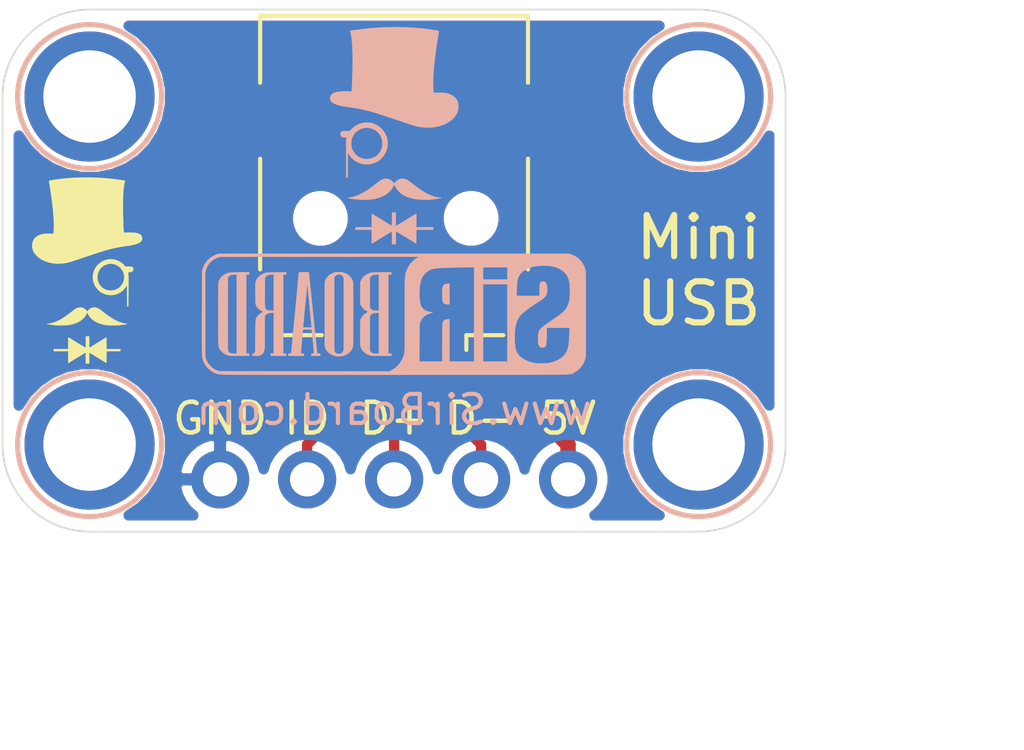
<source format=kicad_pcb>
(kicad_pcb (version 20171130) (host pcbnew "(5.1.2)-2")

  (general
    (thickness 1.6)
    (drawings 20)
    (tracks 13)
    (zones 0)
    (modules 9)
    (nets 6)
  )

  (page User 132.004 102.006)
  (title_block
    (title "MiniUSB Breakout")
    (date 2019-10-25)
    (rev 1)
    (company SirBoard)
    (comment 1 www.SirBoard.com)
    (comment 2 "Lumberg 2486-01")
    (comment 3 "DIP 2.54mm")
  )

  (layers
    (0 F.Cu signal)
    (31 B.Cu signal)
    (32 B.Adhes user hide)
    (33 F.Adhes user hide)
    (34 B.Paste user hide)
    (35 F.Paste user hide)
    (36 B.SilkS user)
    (37 F.SilkS user)
    (38 B.Mask user hide)
    (39 F.Mask user hide)
    (40 Dwgs.User user)
    (41 Cmts.User user hide)
    (42 Eco1.User user hide)
    (43 Eco2.User user hide)
    (44 Edge.Cuts user)
    (45 Margin user hide)
    (46 B.CrtYd user hide)
    (47 F.CrtYd user hide)
    (48 B.Fab user hide)
    (49 F.Fab user hide)
  )

  (setup
    (last_trace_width 0.127)
    (user_trace_width 0.2)
    (user_trace_width 0.25)
    (user_trace_width 0.3)
    (user_trace_width 0.4)
    (user_trace_width 0.45)
    (user_trace_width 0.5)
    (user_trace_width 0.6)
    (user_trace_width 0.7)
    (user_trace_width 0.8)
    (user_trace_width 0.9)
    (user_trace_width 1)
    (trace_clearance 0.127)
    (zone_clearance 0.3)
    (zone_45_only no)
    (trace_min 0.127)
    (via_size 0.6)
    (via_drill 0.3)
    (via_min_size 0.6)
    (via_min_drill 0.3)
    (uvia_size 0.4)
    (uvia_drill 0.2)
    (uvias_allowed no)
    (uvia_min_size 0.4)
    (uvia_min_drill 0.1)
    (edge_width 0.05)
    (segment_width 0.2)
    (pcb_text_width 0.3)
    (pcb_text_size 1.5 1.5)
    (mod_edge_width 0.12)
    (mod_text_size 1 1)
    (mod_text_width 0.15)
    (pad_size 1.7 1.7)
    (pad_drill 1)
    (pad_to_mask_clearance 0)
    (solder_mask_min_width 0.1)
    (aux_axis_origin 0 0)
    (visible_elements 7FFFFFFF)
    (pcbplotparams
      (layerselection 0x010fc_ffffffff)
      (usegerberextensions false)
      (usegerberattributes false)
      (usegerberadvancedattributes false)
      (creategerberjobfile false)
      (excludeedgelayer true)
      (linewidth 0.100000)
      (plotframeref false)
      (viasonmask false)
      (mode 1)
      (useauxorigin false)
      (hpglpennumber 1)
      (hpglpenspeed 20)
      (hpglpendiameter 15.000000)
      (psnegative false)
      (psa4output false)
      (plotreference true)
      (plotvalue true)
      (plotinvisibletext false)
      (padsonsilk false)
      (subtractmaskfromsilk false)
      (outputformat 1)
      (mirror false)
      (drillshape 1)
      (scaleselection 1)
      (outputdirectory ""))
  )

  (net 0 "")
  (net 1 /GND)
  (net 2 /ID)
  (net 3 /VBus)
  (net 4 /D-)
  (net 5 /D+)

  (net_class Default "This is the default net class."
    (clearance 0.127)
    (trace_width 0.127)
    (via_dia 0.6)
    (via_drill 0.3)
    (uvia_dia 0.4)
    (uvia_drill 0.2)
    (add_net /D+)
    (add_net /D-)
    (add_net /GND)
    (add_net /ID)
    (add_net /VBus)
  )

  (module logo:logo54x76 (layer F.Cu) (tedit 0) (tstamp 5E9A27E9)
    (at 57.0865 32.385)
    (fp_text reference G*** (at -0.3175 0.127) (layer F.SilkS) hide
      (effects (font (size 1.524 1.524) (thickness 0.3)))
    )
    (fp_text value LOGO (at 0.75 0) (layer F.SilkS) hide
      (effects (font (size 1.524 1.524) (thickness 0.3)))
    )
    (fp_poly (pts (xy 0.252521 -2.711196) (xy 0.49012 -2.697494) (xy 0.724736 -2.675821) (xy 0.953868 -2.646201)
      (xy 0.9906 -2.64061) (xy 1.033336 -2.634024) (xy 1.06366 -2.629087) (xy 1.083446 -2.624901)
      (xy 1.09457 -2.62057) (xy 1.098909 -2.615195) (xy 1.098338 -2.607879) (xy 1.094732 -2.597724)
      (xy 1.092559 -2.591818) (xy 1.080891 -2.550355) (xy 1.07017 -2.495015) (xy 1.060488 -2.42641)
      (xy 1.051939 -2.345154) (xy 1.048301 -2.302291) (xy 1.044388 -2.240273) (xy 1.041355 -2.165772)
      (xy 1.039189 -2.080789) (xy 1.037874 -1.987326) (xy 1.037397 -1.887388) (xy 1.037744 -1.782975)
      (xy 1.038898 -1.676091) (xy 1.040847 -1.568737) (xy 1.043575 -1.462918) (xy 1.047068 -1.360634)
      (xy 1.051312 -1.263889) (xy 1.056292 -1.174685) (xy 1.056461 -1.172029) (xy 1.06061 -1.106715)
      (xy 1.191091 -1.109122) (xy 1.281168 -1.108808) (xy 1.358236 -1.104218) (xy 1.423187 -1.095243)
      (xy 1.476915 -1.081777) (xy 1.505134 -1.071056) (xy 1.545209 -1.049462) (xy 1.572536 -1.024535)
      (xy 1.588862 -0.993659) (xy 1.595938 -0.954216) (xy 1.596571 -0.93421) (xy 1.595794 -0.907476)
      (xy 1.59218 -0.889356) (xy 1.5838 -0.873981) (xy 1.571961 -0.859233) (xy 1.547394 -0.835186)
      (xy 1.516463 -0.813654) (xy 1.478028 -0.794276) (xy 1.430953 -0.776691) (xy 1.374101 -0.760538)
      (xy 1.306334 -0.745455) (xy 1.226515 -0.731083) (xy 1.133506 -0.717059) (xy 1.116822 -0.714755)
      (xy 0.972688 -0.692936) (xy 0.83663 -0.667637) (xy 0.702373 -0.637543) (xy 0.563641 -0.601342)
      (xy 0.529771 -0.591823) (xy 0.505025 -0.584431) (xy 0.468062 -0.572906) (xy 0.42042 -0.557751)
      (xy 0.363634 -0.539472) (xy 0.299243 -0.518571) (xy 0.228783 -0.495553) (xy 0.153791 -0.470922)
      (xy 0.075804 -0.445182) (xy -0.003641 -0.418838) (xy -0.083008 -0.392392) (xy -0.160759 -0.36635)
      (xy -0.235357 -0.341215) (xy -0.266698 -0.330603) (xy -0.339736 -0.305961) (xy -0.401058 -0.285625)
      (xy -0.452624 -0.269037) (xy -0.496394 -0.255639) (xy -0.534327 -0.244872) (xy -0.568382 -0.236178)
      (xy -0.600519 -0.229) (xy -0.632698 -0.222778) (xy -0.664029 -0.217419) (xy -0.708712 -0.211679)
      (xy -0.761132 -0.207407) (xy -0.817021 -0.20473) (xy -0.872115 -0.203775) (xy -0.922147 -0.204672)
      (xy -0.962851 -0.207547) (xy -0.968829 -0.208281) (xy -1.087596 -0.229456) (xy -1.195257 -0.259832)
      (xy -1.291998 -0.299494) (xy -1.378006 -0.348526) (xy -1.453468 -0.407013) (xy -1.491018 -0.443744)
      (xy -1.539967 -0.502682) (xy -1.575408 -0.561834) (xy -1.598228 -0.623288) (xy -1.609312 -0.689129)
      (xy -1.610731 -0.725715) (xy -1.604705 -0.798077) (xy -1.586651 -0.862324) (xy -1.556605 -0.918411)
      (xy -1.514604 -0.966292) (xy -1.460684 -1.005921) (xy -1.394883 -1.037253) (xy -1.349777 -1.052032)
      (xy -1.298785 -1.063261) (xy -1.238559 -1.071539) (xy -1.174157 -1.076448) (xy -1.110638 -1.077567)
      (xy -1.065557 -1.075586) (xy -0.995371 -1.070162) (xy -0.991204 -1.090994) (xy -0.982829 -1.148218)
      (xy -0.977783 -1.218671) (xy -0.975994 -1.301472) (xy -0.977393 -1.395741) (xy -0.98191 -1.500595)
      (xy -0.989474 -1.615154) (xy -1.000014 -1.738537) (xy -1.01346 -1.869862) (xy -1.029742 -2.008248)
      (xy -1.048789 -2.152815) (xy -1.070531 -2.30268) (xy -1.094897 -2.456962) (xy -1.105405 -2.519962)
      (xy -1.111996 -2.559832) (xy -1.116057 -2.587666) (xy -1.117707 -2.605699) (xy -1.117064 -2.616166)
      (xy -1.114247 -2.621302) (xy -1.110872 -2.622973) (xy -1.096781 -2.626079) (xy -1.071008 -2.630839)
      (xy -1.036229 -2.636807) (xy -0.995125 -2.643538) (xy -0.950373 -2.650585) (xy -0.904652 -2.657505)
      (xy -0.892629 -2.659272) (xy -0.677652 -2.685797) (xy -0.453146 -2.704228) (xy -0.221614 -2.714587)
      (xy 0.014443 -2.716902) (xy 0.252521 -2.711196)) (layer F.SilkS) (width 0.01))
    (fp_poly (pts (xy 0.726979 -0.32675) (xy 0.779977 -0.320861) (xy 0.800601 -0.316685) (xy 0.872557 -0.293181)
      (xy 0.942915 -0.258598) (xy 1.007844 -0.215229) (xy 1.063515 -0.165367) (xy 1.07563 -0.152049)
      (xy 1.106714 -0.116279) (xy 1.199128 -0.116197) (xy 1.237259 -0.116062) (xy 1.263833 -0.115376)
      (xy 1.281809 -0.113598) (xy 1.294144 -0.110185) (xy 1.303797 -0.104597) (xy 1.313726 -0.096292)
      (xy 1.315242 -0.094939) (xy 1.329955 -0.079776) (xy 1.336931 -0.064712) (xy 1.338907 -0.043132)
      (xy 1.338943 -0.037643) (xy 1.334444 -0.005765) (xy 1.320318 0.01762) (xy 1.295618 0.033167)
      (xy 1.259397 0.041535) (xy 1.222077 0.043502) (xy 1.18504 0.043543) (xy 1.193701 0.078014)
      (xy 1.195566 0.089635) (xy 1.197102 0.10886) (xy 1.198317 0.136501) (xy 1.199219 0.173369)
      (xy 1.199818 0.220275) (xy 1.200121 0.278031) (xy 1.200138 0.347448) (xy 1.199877 0.429338)
      (xy 1.199346 0.524513) (xy 1.198972 0.578757) (xy 1.195581 1.045028) (xy 1.161297 1.045028)
      (xy 1.159405 0.731157) (xy 1.157514 0.417285) (xy 1.134608 0.4572) (xy 1.086988 0.526327)
      (xy 1.030166 0.585313) (xy 0.965655 0.633806) (xy 0.894965 0.671456) (xy 0.819608 0.697913)
      (xy 0.741098 0.712826) (xy 0.660945 0.715843) (xy 0.580662 0.706616) (xy 0.50176 0.684793)
      (xy 0.425753 0.650024) (xy 0.391885 0.629393) (xy 0.372652 0.614776) (xy 0.347439 0.593014)
      (xy 0.320166 0.56758) (xy 0.304257 0.551809) (xy 0.250214 0.486657) (xy 0.208349 0.414077)
      (xy 0.179112 0.335191) (xy 0.162951 0.251118) (xy 0.160349 0.203181) (xy 0.290156 0.203181)
      (xy 0.297428 0.270616) (xy 0.316743 0.33712) (xy 0.348598 0.401213) (xy 0.388438 0.455657)
      (xy 0.438736 0.503241) (xy 0.497851 0.540834) (xy 0.563386 0.56766) (xy 0.632945 0.582943)
      (xy 0.70413 0.585905) (xy 0.765628 0.577833) (xy 0.836897 0.555147) (xy 0.901289 0.520151)
      (xy 0.957695 0.473852) (xy 1.005005 0.417259) (xy 1.042113 0.351379) (xy 1.057458 0.312476)
      (xy 1.068116 0.267913) (xy 1.073556 0.215702) (xy 1.073649 0.161694) (xy 1.068265 0.111742)
      (xy 1.062479 0.086588) (xy 1.034911 0.017647) (xy 0.995507 -0.044268) (xy 0.945783 -0.097759)
      (xy 0.887254 -0.141431) (xy 0.821434 -0.173887) (xy 0.760491 -0.191696) (xy 0.720963 -0.199)
      (xy 0.689434 -0.202212) (xy 0.659987 -0.201355) (xy 0.626703 -0.196455) (xy 0.605971 -0.19233)
      (xy 0.534769 -0.170693) (xy 0.471638 -0.138155) (xy 0.417075 -0.096194) (xy 0.371576 -0.046289)
      (xy 0.335638 0.01008) (xy 0.309758 0.071434) (xy 0.294432 0.136294) (xy 0.290156 0.203181)
      (xy 0.160349 0.203181) (xy 0.159657 0.190434) (xy 0.166668 0.107332) (xy 0.186994 0.027565)
      (xy 0.219575 -0.047539) (xy 0.263352 -0.116651) (xy 0.317265 -0.178443) (xy 0.380254 -0.231586)
      (xy 0.451259 -0.274752) (xy 0.529221 -0.306612) (xy 0.563924 -0.316336) (xy 0.612783 -0.324478)
      (xy 0.669191 -0.327953) (xy 0.726979 -0.32675)) (layer F.SilkS) (width 0.01))
    (fp_poly (pts (xy 0.237999 1.079864) (xy 0.270846 1.088698) (xy 0.291719 1.096279) (xy 0.314155 1.10698)
      (xy 0.339692 1.121829) (xy 0.369865 1.141854) (xy 0.406212 1.168082) (xy 0.45027 1.201542)
      (xy 0.503575 1.243262) (xy 0.512679 1.250468) (xy 0.624727 1.334106) (xy 0.732729 1.404284)
      (xy 0.836564 1.460939) (xy 0.936109 1.50401) (xy 1.031242 1.533435) (xy 1.102446 1.546892)
      (xy 1.12931 1.550693) (xy 1.146855 1.554024) (xy 1.154333 1.55723) (xy 1.150999 1.560655)
      (xy 1.136105 1.564643) (xy 1.108904 1.569538) (xy 1.06865 1.575682) (xy 1.026885 1.581681)
      (xy 0.920784 1.593768) (xy 0.814316 1.600277) (xy 0.710517 1.601227) (xy 0.612418 1.596633)
      (xy 0.523053 1.586513) (xy 0.478817 1.578617) (xy 0.377715 1.552208) (xy 0.286614 1.516907)
      (xy 0.206017 1.473048) (xy 0.136426 1.420964) (xy 0.07834 1.36099) (xy 0.032263 1.293458)
      (xy 0.022468 1.275015) (xy -0.00429 1.221751) (xy -0.024009 1.262204) (xy -0.067713 1.335591)
      (xy -0.122995 1.400326) (xy -0.18971 1.456313) (xy -0.267712 1.503456) (xy -0.356855 1.54166)
      (xy -0.456993 1.570827) (xy -0.508806 1.581568) (xy -0.560885 1.58908) (xy -0.623357 1.594878)
      (xy -0.692182 1.598813) (xy -0.763324 1.600736) (xy -0.832745 1.600495) (xy -0.896406 1.59794)
      (xy -0.9144 1.59665) (xy -0.94123 1.594012) (xy -0.975123 1.589981) (xy -1.013357 1.584963)
      (xy -1.053209 1.579361) (xy -1.091955 1.573581) (xy -1.126871 1.568028) (xy -1.155235 1.563107)
      (xy -1.174322 1.559222) (xy -1.181288 1.556977) (xy -1.17575 1.55535) (xy -1.159303 1.552907)
      (xy -1.135492 1.550174) (xy -1.135177 1.550142) (xy -1.055402 1.537396) (xy -0.974076 1.5151)
      (xy -0.890289 1.482789) (xy -0.80313 1.44) (xy -0.711689 1.386266) (xy -0.615055 1.321126)
      (xy -0.512319 1.244113) (xy -0.471715 1.211821) (xy -0.425095 1.174862) (xy -0.386893 1.146284)
      (xy -0.354832 1.124656) (xy -0.326635 1.108545) (xy -0.300025 1.096521) (xy -0.274137 1.087577)
      (xy -0.217324 1.077138) (xy -0.163201 1.080869) (xy -0.112479 1.098562) (xy -0.065866 1.130008)
      (xy -0.039095 1.1566) (xy -0.005677 1.194504) (xy 0.03889 1.149974) (xy 0.071628 1.120363)
      (xy 0.101936 1.100303) (xy 0.125458 1.08975) (xy 0.164107 1.078214) (xy 0.199796 1.074932)
      (xy 0.237999 1.079864)) (layer F.SilkS) (width 0.01))
    (fp_poly (pts (xy 0.0508 2.090662) (xy 0.051037 2.138054) (xy 0.051705 2.180038) (xy 0.052732 2.214632)
      (xy 0.054049 2.239852) (xy 0.055588 2.253714) (xy 0.056574 2.255762) (xy 0.064285 2.251399)
      (xy 0.0824 2.240651) (xy 0.108943 2.224708) (xy 0.141935 2.204757) (xy 0.1794 2.181987)
      (xy 0.185389 2.178337) (xy 0.235068 2.148053) (xy 0.291732 2.113508) (xy 0.349975 2.078001)
      (xy 0.404388 2.044828) (xy 0.4318 2.028116) (xy 0.555171 1.952899) (xy 0.557117 2.123078)
      (xy 0.559062 2.293257) (xy 0.9652 2.293257) (xy 0.9652 2.351314) (xy 0.559058 2.351314)
      (xy 0.557114 2.524705) (xy 0.555171 2.698095) (xy 0.43476 2.62449) (xy 0.387035 2.595314)
      (xy 0.33198 2.561654) (xy 0.274651 2.526599) (xy 0.220099 2.49324) (xy 0.186793 2.472871)
      (xy 0.148273 2.449432) (xy 0.11401 2.42881) (xy 0.085904 2.412132) (xy 0.065858 2.400524)
      (xy 0.055774 2.395111) (xy 0.055018 2.394857) (xy 0.053793 2.401769) (xy 0.052707 2.421123)
      (xy 0.051816 2.450849) (xy 0.051175 2.488874) (xy 0.050838 2.533128) (xy 0.0508 2.554514)
      (xy 0.0508 2.714171) (xy -0.043271 2.714171) (xy -0.045221 2.550982) (xy -0.047172 2.387793)
      (xy -0.120591 2.43372) (xy -0.150198 2.452124) (xy -0.175892 2.46788) (xy -0.194842 2.479265)
      (xy -0.204048 2.484479) (xy -0.212676 2.489427) (xy -0.231961 2.500954) (xy -0.260204 2.518028)
      (xy -0.295703 2.539617) (xy -0.336759 2.56469) (xy -0.381669 2.592215) (xy -0.384629 2.594032)
      (xy -0.555172 2.698753) (xy -0.557115 2.525034) (xy -0.559058 2.351314) (xy -0.979715 2.351314)
      (xy -0.979715 2.293257) (xy -0.5588 2.293257) (xy -0.5588 2.122714) (xy -0.558681 2.074701)
      (xy -0.558345 2.031919) (xy -0.557827 1.99637) (xy -0.557162 1.970059) (xy -0.556385 1.95499)
      (xy -0.555851 1.952171) (xy -0.548939 1.955759) (xy -0.531999 1.965608) (xy -0.507349 1.980341)
      (xy -0.477304 1.998585) (xy -0.466951 2.004927) (xy -0.428813 2.028295) (xy -0.383214 2.056172)
      (xy -0.335105 2.085536) (xy -0.289431 2.113364) (xy -0.275772 2.121674) (xy -0.234716 2.146673)
      (xy -0.192212 2.17261) (xy -0.152271 2.197031) (xy -0.118908 2.217485) (xy -0.107043 2.224782)
      (xy -0.043543 2.263897) (xy -0.043543 1.923143) (xy 0.0508 1.923143) (xy 0.0508 2.090662)) (layer F.SilkS) (width 0.01))
  )

  (module SirBoardLibrary:MountingHole_M2.5_SirBoard (layer F.Cu) (tedit 5DE563BC) (tstamp 5E3FC4F7)
    (at 74.93 37.465)
    (descr "Mounting Hole 2.7mm, M2.5, ISO14580")
    (tags "mounting hole 2.7mm m2.5 iso14580")
    (path /5E383516)
    (attr virtual)
    (fp_text reference H1 (at 0 -3.25) (layer F.SilkS) hide
      (effects (font (size 1 1) (thickness 0.15)))
    )
    (fp_text value MountingHole (at 0 3.25) (layer F.Fab)
      (effects (font (size 1 1) (thickness 0.15)))
    )
    (fp_circle (center 0 0) (end 2.1 0) (layer B.SilkS) (width 0.15))
    (fp_text user %R (at 0.3 0) (layer F.Fab)
      (effects (font (size 1 1) (thickness 0.15)))
    )
    (fp_circle (center 0 0) (end 2.1 0) (layer F.SilkS) (width 0.15))
    (fp_circle (center 0 0) (end 2.2 0) (layer F.CrtYd) (width 0.05))
    (pad 1 thru_hole circle (at 0 0) (size 3.8 3.8) (drill 2.7) (layers *.Cu *.Mask))
  )

  (module SirBoardLibrary:MountingHole_M2.5_SirBoard (layer F.Cu) (tedit 5DE563BC) (tstamp 5E3FC4E7)
    (at 57.15 37.465)
    (descr "Mounting Hole 2.7mm, M2.5, ISO14580")
    (tags "mounting hole 2.7mm m2.5 iso14580")
    (path /5E383516)
    (attr virtual)
    (fp_text reference H1 (at 0 -3.25) (layer F.SilkS) hide
      (effects (font (size 1 1) (thickness 0.15)))
    )
    (fp_text value MountingHole (at 0 3.25) (layer F.Fab)
      (effects (font (size 1 1) (thickness 0.15)))
    )
    (fp_circle (center 0 0) (end 2.2 0) (layer F.CrtYd) (width 0.05))
    (fp_circle (center 0 0) (end 2.1 0) (layer F.SilkS) (width 0.15))
    (fp_text user %R (at 0.3 0) (layer F.Fab)
      (effects (font (size 1 1) (thickness 0.15)))
    )
    (fp_circle (center 0 0) (end 2.1 0) (layer B.SilkS) (width 0.15))
    (pad 1 thru_hole circle (at 0 0) (size 3.8 3.8) (drill 2.7) (layers *.Cu *.Mask))
  )

  (module SirBoardLibrary:MountingHole_M2.5_SirBoard (layer F.Cu) (tedit 5DE563BC) (tstamp 5E38253E)
    (at 74.93 27.305)
    (descr "Mounting Hole 2.7mm, M2.5, ISO14580")
    (tags "mounting hole 2.7mm m2.5 iso14580")
    (path /5DB39176)
    (attr virtual)
    (fp_text reference H2 (at 0 -3.25) (layer F.SilkS) hide
      (effects (font (size 1 1) (thickness 0.15)))
    )
    (fp_text value MountingHole (at 0 3.25) (layer F.Fab)
      (effects (font (size 1 1) (thickness 0.15)))
    )
    (fp_circle (center 0 0) (end 2.1 0) (layer B.SilkS) (width 0.15))
    (fp_text user %R (at 0.3 0) (layer F.Fab)
      (effects (font (size 1 1) (thickness 0.15)))
    )
    (fp_circle (center 0 0) (end 2.1 0) (layer F.SilkS) (width 0.15))
    (fp_circle (center 0 0) (end 2.2 0) (layer F.CrtYd) (width 0.05))
    (pad 1 thru_hole circle (at 0 0) (size 3.8 3.8) (drill 2.7) (layers *.Cu *.Mask))
  )

  (module SirBoardLibrary:MountingHole_M2.5_SirBoard (layer F.Cu) (tedit 5DE563BC) (tstamp 5E382535)
    (at 57.15 27.305)
    (descr "Mounting Hole 2.7mm, M2.5, ISO14580")
    (tags "mounting hole 2.7mm m2.5 iso14580")
    (path /5E383516)
    (attr virtual)
    (fp_text reference H1 (at 0 -3.25) (layer F.SilkS) hide
      (effects (font (size 1 1) (thickness 0.15)))
    )
    (fp_text value MountingHole (at 0 3.25) (layer F.Fab)
      (effects (font (size 1 1) (thickness 0.15)))
    )
    (fp_circle (center 0 0) (end 2.1 0) (layer B.SilkS) (width 0.15))
    (fp_text user %R (at 0.3 0) (layer F.Fab)
      (effects (font (size 1 1) (thickness 0.15)))
    )
    (fp_circle (center 0 0) (end 2.1 0) (layer F.SilkS) (width 0.15))
    (fp_circle (center 0 0) (end 2.2 0) (layer F.CrtYd) (width 0.05))
    (pad 1 thru_hole circle (at 0 0) (size 3.8 3.8) (drill 2.7) (layers *.Cu *.Mask))
  )

  (module SirBoardLibrary:SirBoard_USB_Mini-B (layer F.Cu) (tedit 5DE77435) (tstamp 5DB3BC05)
    (at 66.04 30.861 180)
    (descr "USB Mini-B 5-pin SMD connector, http://downloads.lumberg.com/datenblaetter/en/2486_01.pdf")
    (tags "USB USB_B USB_Mini connector")
    (path /5DB35FF0)
    (attr smd)
    (fp_text reference J1 (at 0 -5) (layer F.SilkS) hide
      (effects (font (size 1 1) (thickness 0.15)))
    )
    (fp_text value USB_B_Mini (at 0 7.5) (layer F.Fab)
      (effects (font (size 1 1) (thickness 0.15)))
    )
    (fp_line (start 2.35 -4.2) (end -2.35 -4.2) (layer F.CrtYd) (width 0.05))
    (fp_line (start 2.35 -3.95) (end 2.35 -4.2) (layer F.CrtYd) (width 0.05))
    (fp_line (start 4.35 1.5) (end 5.95 1.5) (layer F.CrtYd) (width 0.05))
    (fp_line (start 4.35 4.2) (end 5.95 4.2) (layer F.CrtYd) (width 0.05))
    (fp_line (start 4.35 6.35) (end 4.35 4.2) (layer F.CrtYd) (width 0.05))
    (fp_line (start 3.91 5.91) (end -3.91 5.91) (layer F.SilkS) (width 0.12))
    (fp_line (start -1.6 -2.85) (end -1.25 -3.35) (layer F.Fab) (width 0.1))
    (fp_line (start -2.11 -3.41) (end -2.11 -3.84) (layer F.SilkS) (width 0.12))
    (fp_text user %R (at 0 1.6 180) (layer F.Fab)
      (effects (font (size 1 1) (thickness 0.15)))
    )
    (fp_line (start 3.91 5.91) (end 3.91 3.96) (layer F.SilkS) (width 0.12))
    (fp_line (start 3.91 1.74) (end 3.91 -1.49) (layer F.SilkS) (width 0.12))
    (fp_line (start 2.11 -3.41) (end 3.19 -3.41) (layer F.SilkS) (width 0.12))
    (fp_line (start -3.19 -3.41) (end -2.11 -3.41) (layer F.SilkS) (width 0.12))
    (fp_line (start -3.91 1.74) (end -3.91 -1.49) (layer F.SilkS) (width 0.12))
    (fp_line (start -3.91 5.91) (end -3.91 3.96) (layer F.SilkS) (width 0.12))
    (fp_line (start 3.85 5.85) (end 3.85 -3.35) (layer F.Fab) (width 0.1))
    (fp_line (start -3.85 5.85) (end 3.85 5.85) (layer F.Fab) (width 0.1))
    (fp_line (start -3.85 -3.35) (end -3.85 5.85) (layer F.Fab) (width 0.1))
    (fp_line (start -3.85 -3.35) (end 3.85 -3.35) (layer F.Fab) (width 0.1))
    (fp_line (start -4.35 6.35) (end 4.35 6.35) (layer F.CrtYd) (width 0.05))
    (fp_line (start 5.95 -3.95) (end 2.35 -3.95) (layer F.CrtYd) (width 0.05))
    (fp_line (start 5.95 1.5) (end 5.95 4.2) (layer F.CrtYd) (width 0.05))
    (fp_line (start -1.95 -3.35) (end -1.6 -2.85) (layer F.Fab) (width 0.1))
    (fp_line (start 4.35 -1.25) (end 4.35 1.5) (layer F.CrtYd) (width 0.05))
    (fp_line (start 4.35 -1.25) (end 5.95 -1.25) (layer F.CrtYd) (width 0.05))
    (fp_line (start 5.95 -3.95) (end 5.95 -1.25) (layer F.CrtYd) (width 0.05))
    (fp_line (start -2.35 -3.95) (end -2.35 -4.2) (layer F.CrtYd) (width 0.05))
    (fp_line (start -5.95 -3.95) (end -2.35 -3.95) (layer F.CrtYd) (width 0.05))
    (fp_line (start -5.95 -3.95) (end -5.95 -1.25) (layer F.CrtYd) (width 0.05))
    (fp_line (start -4.35 -1.25) (end -5.95 -1.25) (layer F.CrtYd) (width 0.05))
    (fp_line (start -4.35 -1.25) (end -4.35 1.5) (layer F.CrtYd) (width 0.05))
    (fp_line (start -4.35 1.5) (end -5.95 1.5) (layer F.CrtYd) (width 0.05))
    (fp_line (start -5.95 1.5) (end -5.95 4.2) (layer F.CrtYd) (width 0.05))
    (fp_line (start -4.35 4.2) (end -5.95 4.2) (layer F.CrtYd) (width 0.05))
    (fp_line (start -4.35 6.35) (end -4.35 4.2) (layer F.CrtYd) (width 0.05))
    (pad 5 smd rect (at 1.6 -2.65) (size 0.5 2.3) (layers F.Cu F.Paste F.Mask)
      (net 1 /GND))
    (pad 4 smd rect (at 0.8 -2.65) (size 0.5 2.3) (layers F.Cu F.Paste F.Mask)
      (net 2 /ID))
    (pad 1 smd rect (at -1.6 -2.65) (size 0.5 2.3) (layers F.Cu F.Paste F.Mask)
      (net 3 /VBus))
    (pad 2 smd rect (at -0.8 -2.65) (size 0.5 2.3) (layers F.Cu F.Paste F.Mask)
      (net 4 /D-))
    (pad 3 smd rect (at 0 -2.65) (size 0.5 2.3) (layers F.Cu F.Paste F.Mask)
      (net 5 /D+))
    (pad "" np_thru_hole circle (at -2.25 0) (size 1 1) (drill 1) (layers *.Cu *.Mask))
    (pad "" np_thru_hole circle (at 2.15 0) (size 1 1) (drill 1) (layers *.Cu *.Mask))
    (pad 6 smd rect (at -4.45 2.95) (size 2 2.5) (layers F.Cu F.Paste F.Mask)
      (net 1 /GND))
    (pad 6 smd rect (at -4.45 -2.55) (size 2 2.5) (layers F.Cu F.Paste F.Mask)
      (net 1 /GND))
    (pad 6 smd rect (at 4.45 -2.55) (size 2 2.5) (layers F.Cu F.Paste F.Mask)
      (net 1 /GND))
    (pad 6 smd rect (at 4.45 2.95) (size 2 2.5) (layers F.Cu F.Paste F.Mask)
      (net 1 /GND))
    (model ${KISYS3DMOD}/Connector_USB.3dshapes/USB_Mini-B_Lumberg_2486_01_Horizontal.wrl
      (at (xyz 0 0 0))
      (scale (xyz 1 1 1))
      (rotate (xyz 0 0 0))
    )
  )

  (module logo:logo63x89 (layer B.Cu) (tedit 0) (tstamp 5DB3C377)
    (at 66.04 28.448 180)
    (fp_text reference G*** (at 0 0) (layer B.SilkS) hide
      (effects (font (size 1.524 1.524) (thickness 0.3)) (justify mirror))
    )
    (fp_text value LOGO (at 0.75 0) (layer B.SilkS) hide
      (effects (font (size 1.524 1.524) (thickness 0.3)) (justify mirror))
    )
    (fp_poly (pts (xy 0.294608 3.163061) (xy 0.571806 3.147075) (xy 0.845525 3.12179) (xy 1.112846 3.087234)
      (xy 1.1557 3.080712) (xy 1.205559 3.073027) (xy 1.240937 3.067267) (xy 1.26402 3.062384)
      (xy 1.276999 3.057331) (xy 1.28206 3.05106) (xy 1.281394 3.042525) (xy 1.277187 3.030677)
      (xy 1.274652 3.023788) (xy 1.26104 2.975414) (xy 1.248531 2.91085) (xy 1.237236 2.830812)
      (xy 1.227262 2.736013) (xy 1.223018 2.686005) (xy 1.218452 2.613652) (xy 1.214914 2.526733)
      (xy 1.212387 2.427586) (xy 1.210853 2.318547) (xy 1.210297 2.201952) (xy 1.210701 2.080137)
      (xy 1.212048 1.955439) (xy 1.214321 1.830193) (xy 1.217504 1.706737) (xy 1.221579 1.587406)
      (xy 1.226531 1.474536) (xy 1.232341 1.370465) (xy 1.232537 1.367366) (xy 1.237378 1.291166)
      (xy 1.389606 1.293975) (xy 1.494696 1.293609) (xy 1.584608 1.288254) (xy 1.660385 1.277783)
      (xy 1.723067 1.262072) (xy 1.755989 1.249565) (xy 1.802744 1.224372) (xy 1.834625 1.195291)
      (xy 1.853673 1.159268) (xy 1.861927 1.113251) (xy 1.862666 1.089911) (xy 1.86176 1.058721)
      (xy 1.857543 1.037582) (xy 1.847767 1.019644) (xy 1.833954 1.002437) (xy 1.805293 0.974383)
      (xy 1.769206 0.949262) (xy 1.724366 0.926655) (xy 1.669445 0.906139) (xy 1.603117 0.887293)
      (xy 1.524056 0.869697) (xy 1.430934 0.852929) (xy 1.322424 0.836569) (xy 1.302958 0.83388)
      (xy 1.134803 0.808425) (xy 0.976069 0.778909) (xy 0.819435 0.7438) (xy 0.657581 0.701565)
      (xy 0.618066 0.690459) (xy 0.589196 0.681835) (xy 0.546072 0.668389) (xy 0.49049 0.650709)
      (xy 0.42424 0.629383) (xy 0.349117 0.604999) (xy 0.266914 0.578144) (xy 0.179423 0.549409)
      (xy 0.088438 0.519379) (xy -0.004248 0.488643) (xy -0.096842 0.45779) (xy -0.187552 0.427408)
      (xy -0.274583 0.398084) (xy -0.311148 0.385703) (xy -0.396359 0.356954) (xy -0.467901 0.333229)
      (xy -0.528062 0.313876) (xy -0.579127 0.298245) (xy -0.623382 0.285683) (xy -0.663113 0.275541)
      (xy -0.700606 0.267166) (xy -0.738148 0.259907) (xy -0.7747 0.253655) (xy -0.826831 0.246959)
      (xy -0.887987 0.241974) (xy -0.953191 0.238851) (xy -1.017467 0.237737) (xy -1.075838 0.238783)
      (xy -1.123326 0.242138) (xy -1.130301 0.242994) (xy -1.268862 0.267698) (xy -1.394466 0.303136)
      (xy -1.507331 0.349409) (xy -1.607673 0.406613) (xy -1.695713 0.474848) (xy -1.739521 0.5177)
      (xy -1.796628 0.586461) (xy -1.837976 0.655473) (xy -1.864599 0.727169) (xy -1.87753 0.803983)
      (xy -1.879187 0.846667) (xy -1.872156 0.931089) (xy -1.851093 1.006044) (xy -1.816039 1.071479)
      (xy -1.767038 1.12734) (xy -1.704132 1.173574) (xy -1.627363 1.210127) (xy -1.57474 1.22737)
      (xy -1.515249 1.240471) (xy -1.444985 1.250129) (xy -1.36985 1.255855) (xy -1.295745 1.257161)
      (xy -1.24315 1.25485) (xy -1.161266 1.248521) (xy -1.156405 1.272826) (xy -1.146634 1.339587)
      (xy -1.140746 1.421782) (xy -1.13866 1.518384) (xy -1.140292 1.628364) (xy -1.145562 1.750694)
      (xy -1.154386 1.884346) (xy -1.166683 2.028293) (xy -1.18237 2.181505) (xy -1.201366 2.342956)
      (xy -1.223587 2.511616) (xy -1.248953 2.686459) (xy -1.27738 2.866455) (xy -1.289639 2.939955)
      (xy -1.297329 2.98647) (xy -1.302067 3.018943) (xy -1.303992 3.039982) (xy -1.303242 3.052193)
      (xy -1.299955 3.058185) (xy -1.296017 3.060135) (xy -1.279578 3.063759) (xy -1.249509 3.069312)
      (xy -1.208934 3.076274) (xy -1.160979 3.084127) (xy -1.108768 3.092349) (xy -1.055427 3.100421)
      (xy -1.0414 3.102484) (xy -0.790594 3.13343) (xy -0.52867 3.154932) (xy -0.258549 3.167018)
      (xy 0.01685 3.169718) (xy 0.294608 3.163061)) (layer B.SilkS) (width 0.01))
    (fp_poly (pts (xy 0.848142 0.381208) (xy 0.909974 0.374338) (xy 0.934034 0.369465) (xy 1.017983 0.342044)
      (xy 1.100067 0.301697) (xy 1.175818 0.2511) (xy 1.240767 0.192927) (xy 1.254901 0.177389)
      (xy 1.291166 0.135658) (xy 1.398983 0.135562) (xy 1.443468 0.135405) (xy 1.474472 0.134605)
      (xy 1.495444 0.13253) (xy 1.509835 0.128549) (xy 1.521097 0.12203) (xy 1.53268 0.11234)
      (xy 1.534449 0.110761) (xy 1.551614 0.093071) (xy 1.559753 0.075496) (xy 1.562058 0.050321)
      (xy 1.5621 0.043917) (xy 1.556852 0.006725) (xy 1.540371 -0.020557) (xy 1.511555 -0.038696)
      (xy 1.469297 -0.048458) (xy 1.425756 -0.050753) (xy 1.382547 -0.0508) (xy 1.392651 -0.091017)
      (xy 1.394827 -0.104575) (xy 1.396619 -0.127004) (xy 1.398036 -0.159252) (xy 1.399089 -0.202264)
      (xy 1.399787 -0.256988) (xy 1.400142 -0.32437) (xy 1.400161 -0.405357) (xy 1.399856 -0.500895)
      (xy 1.399237 -0.611932) (xy 1.3988 -0.675217) (xy 1.394844 -1.2192) (xy 1.354846 -1.2192)
      (xy 1.352639 -0.853017) (xy 1.350433 -0.486834) (xy 1.323709 -0.5334) (xy 1.268153 -0.614049)
      (xy 1.201861 -0.682866) (xy 1.126597 -0.739441) (xy 1.044125 -0.783366) (xy 0.95621 -0.814232)
      (xy 0.864614 -0.83163) (xy 0.771102 -0.835151) (xy 0.677439 -0.824386) (xy 0.585387 -0.798926)
      (xy 0.496711 -0.758362) (xy 0.457199 -0.734293) (xy 0.43476 -0.717239) (xy 0.405345 -0.691851)
      (xy 0.373526 -0.662177) (xy 0.354966 -0.643778) (xy 0.291916 -0.567767) (xy 0.243074 -0.483091)
      (xy 0.208964 -0.391057) (xy 0.190109 -0.292972) (xy 0.187074 -0.237045) (xy 0.338515 -0.237045)
      (xy 0.346999 -0.315719) (xy 0.369533 -0.393307) (xy 0.406698 -0.468082) (xy 0.453178 -0.5316)
      (xy 0.511858 -0.587115) (xy 0.580826 -0.630974) (xy 0.657284 -0.662271) (xy 0.738436 -0.680101)
      (xy 0.821485 -0.683557) (xy 0.893233 -0.674139) (xy 0.97638 -0.647672) (xy 1.051504 -0.606843)
      (xy 1.11731 -0.552828) (xy 1.172506 -0.486803) (xy 1.215799 -0.409943) (xy 1.233701 -0.364556)
      (xy 1.246135 -0.312566) (xy 1.252482 -0.251653) (xy 1.252591 -0.188644) (xy 1.246309 -0.130367)
      (xy 1.239559 -0.10102) (xy 1.207396 -0.020588) (xy 1.161425 0.051645) (xy 1.103414 0.114052)
      (xy 1.03513 0.165002) (xy 0.95834 0.202868) (xy 0.88724 0.223645) (xy 0.841123 0.232166)
      (xy 0.80434 0.235913) (xy 0.769985 0.234914) (xy 0.731153 0.229197) (xy 0.706966 0.224384)
      (xy 0.623897 0.199141) (xy 0.550244 0.16118) (xy 0.486587 0.112225) (xy 0.433505 0.054004)
      (xy 0.391578 -0.01176) (xy 0.361384 -0.08334) (xy 0.343504 -0.15901) (xy 0.338515 -0.237045)
      (xy 0.187074 -0.237045) (xy 0.186266 -0.222173) (xy 0.194445 -0.125221) (xy 0.218159 -0.032159)
      (xy 0.256171 0.055462) (xy 0.307244 0.136093) (xy 0.370142 0.208183) (xy 0.44363 0.270183)
      (xy 0.526469 0.320543) (xy 0.617425 0.357713) (xy 0.657911 0.369058) (xy 0.714914 0.378558)
      (xy 0.780723 0.382611) (xy 0.848142 0.381208)) (layer B.SilkS) (width 0.01))
    (fp_poly (pts (xy 0.277666 -1.259842) (xy 0.315987 -1.270149) (xy 0.340339 -1.278993) (xy 0.366514 -1.291478)
      (xy 0.396307 -1.308801) (xy 0.431509 -1.332163) (xy 0.473914 -1.362763) (xy 0.525314 -1.4018)
      (xy 0.587504 -1.450473) (xy 0.598126 -1.45888) (xy 0.728848 -1.556458) (xy 0.85485 -1.638332)
      (xy 0.975991 -1.70443) (xy 1.092127 -1.754679) (xy 1.203115 -1.789008) (xy 1.286187 -1.804708)
      (xy 1.317528 -1.809142) (xy 1.337997 -1.813029) (xy 1.346722 -1.816769) (xy 1.342832 -1.820765)
      (xy 1.325456 -1.825418) (xy 1.293721 -1.831128) (xy 1.246758 -1.838297) (xy 1.198033 -1.845295)
      (xy 1.074247 -1.859396) (xy 0.950036 -1.866991) (xy 0.828936 -1.868099) (xy 0.714487 -1.862739)
      (xy 0.610228 -1.850933) (xy 0.55862 -1.841721) (xy 0.440667 -1.81091) (xy 0.334383 -1.769725)
      (xy 0.240354 -1.718557) (xy 0.159163 -1.657792) (xy 0.091397 -1.587822) (xy 0.03764 -1.509035)
      (xy 0.026212 -1.487518) (xy -0.005006 -1.425377) (xy -0.028011 -1.472572) (xy -0.078998 -1.55819)
      (xy -0.143494 -1.633714) (xy -0.221328 -1.699032) (xy -0.31233 -1.754033) (xy -0.416331 -1.798603)
      (xy -0.533158 -1.832632) (xy -0.593607 -1.845163) (xy -0.654366 -1.853927) (xy -0.72725 -1.860692)
      (xy -0.807546 -1.865283) (xy -0.890545 -1.867526) (xy -0.971536 -1.867244) (xy -1.045807 -1.864264)
      (xy -1.066801 -1.862759) (xy -1.098101 -1.859681) (xy -1.137644 -1.854979) (xy -1.18225 -1.849124)
      (xy -1.228744 -1.842589) (xy -1.273947 -1.835846) (xy -1.314683 -1.829367) (xy -1.347774 -1.823625)
      (xy -1.370043 -1.819093) (xy -1.37817 -1.816474) (xy -1.371708 -1.814576) (xy -1.35252 -1.811726)
      (xy -1.324741 -1.808537) (xy -1.324373 -1.808499) (xy -1.231302 -1.79363) (xy -1.136422 -1.767618)
      (xy -1.03867 -1.729922) (xy -0.936985 -1.68) (xy -0.830304 -1.617311) (xy -0.717565 -1.541314)
      (xy -0.597705 -1.451466) (xy -0.550334 -1.413791) (xy -0.495945 -1.370673) (xy -0.451376 -1.337332)
      (xy -0.413971 -1.312099) (xy -0.381075 -1.293304) (xy -0.350029 -1.279275) (xy -0.319827 -1.26884)
      (xy -0.253545 -1.256661) (xy -0.190402 -1.261014) (xy -0.131226 -1.281656) (xy -0.076844 -1.318343)
      (xy -0.045611 -1.349367) (xy -0.006623 -1.393588) (xy 0.045372 -1.341637) (xy 0.083566 -1.30709)
      (xy 0.118925 -1.283687) (xy 0.146367 -1.271376) (xy 0.191459 -1.257917) (xy 0.233095 -1.254088)
      (xy 0.277666 -1.259842)) (layer B.SilkS) (width 0.01))
    (fp_poly (pts (xy 0.059266 -2.439106) (xy 0.059544 -2.494396) (xy 0.060322 -2.543378) (xy 0.06152 -2.583738)
      (xy 0.063058 -2.613161) (xy 0.064853 -2.629334) (xy 0.066003 -2.631722) (xy 0.074999 -2.626632)
      (xy 0.096134 -2.614093) (xy 0.1271 -2.595493) (xy 0.165591 -2.572217) (xy 0.2093 -2.545652)
      (xy 0.216287 -2.541394) (xy 0.274245 -2.506062) (xy 0.340354 -2.46576) (xy 0.408304 -2.424335)
      (xy 0.471786 -2.385633) (xy 0.503766 -2.366135) (xy 0.647699 -2.278382) (xy 0.649969 -2.476925)
      (xy 0.652239 -2.675467) (xy 1.126066 -2.675467) (xy 1.126066 -2.7432) (xy 0.652234 -2.7432)
      (xy 0.649967 -2.945489) (xy 0.647699 -3.147778) (xy 0.50722 -3.061906) (xy 0.45154 -3.027867)
      (xy 0.38731 -2.988597) (xy 0.320426 -2.9477) (xy 0.256782 -2.908781) (xy 0.217925 -2.885017)
      (xy 0.172985 -2.857671) (xy 0.133011 -2.833613) (xy 0.100222 -2.814155) (xy 0.076835 -2.800612)
      (xy 0.065069 -2.794296) (xy 0.064188 -2.794) (xy 0.062758 -2.802064) (xy 0.061492 -2.824644)
      (xy 0.060452 -2.859324) (xy 0.059704 -2.903687) (xy 0.05931 -2.955317) (xy 0.059266 -2.980267)
      (xy 0.059266 -3.166533) (xy -0.050483 -3.166533) (xy -0.052758 -2.976146) (xy -0.055034 -2.785759)
      (xy -0.14069 -2.839341) (xy -0.175231 -2.860812) (xy -0.205207 -2.879194) (xy -0.227316 -2.892477)
      (xy -0.238056 -2.89856) (xy -0.248122 -2.904332) (xy -0.270621 -2.91778) (xy -0.303571 -2.9377)
      (xy -0.344987 -2.962888) (xy -0.392885 -2.992139) (xy -0.445281 -3.024251) (xy -0.448734 -3.026371)
      (xy -0.6477 -3.148546) (xy -0.649968 -2.945873) (xy -0.652235 -2.7432) (xy -1.143001 -2.7432)
      (xy -1.143001 -2.675467) (xy -0.651934 -2.675467) (xy -0.651934 -2.4765) (xy -0.651794 -2.420486)
      (xy -0.651402 -2.370572) (xy -0.650798 -2.329099) (xy -0.650023 -2.298402) (xy -0.649116 -2.280822)
      (xy -0.648493 -2.277533) (xy -0.640429 -2.28172) (xy -0.620666 -2.293209) (xy -0.591907 -2.310399)
      (xy -0.556855 -2.331683) (xy -0.544777 -2.339082) (xy -0.500282 -2.366345) (xy -0.447084 -2.398868)
      (xy -0.390955 -2.433126) (xy -0.33767 -2.465592) (xy -0.321734 -2.475287) (xy -0.273836 -2.504453)
      (xy -0.224247 -2.534712) (xy -0.17765 -2.563203) (xy -0.138726 -2.587066) (xy -0.124884 -2.59558)
      (xy -0.0508 -2.641214) (xy -0.0508 -2.243667) (xy 0.059266 -2.243667) (xy 0.059266 -2.439106)) (layer B.SilkS) (width 0.01))
  )

  (module logo:SirBoard112x35 (layer B.Cu) (tedit 0) (tstamp 5DB3C2F3)
    (at 66.04 33.655 180)
    (fp_text reference G*** (at 0 0) (layer B.SilkS) hide
      (effects (font (size 1.524 1.524) (thickness 0.3)) (justify mirror))
    )
    (fp_text value LOGO (at 0.75 0) (layer B.SilkS) hide
      (effects (font (size 1.524 1.524) (thickness 0.3)) (justify mirror))
    )
    (fp_poly (pts (xy -1.525562 0.880297) (xy -1.481591 0.865137) (xy -1.447984 0.839985) (xy -1.424896 0.804933)
      (xy -1.418358 0.787232) (xy -1.414957 0.768138) (xy -1.412171 0.737274) (xy -1.410021 0.697373)
      (xy -1.40853 0.651164) (xy -1.407719 0.601382) (xy -1.40761 0.550757) (xy -1.408223 0.502022)
      (xy -1.409582 0.457909) (xy -1.411708 0.421149) (xy -1.414622 0.394475) (xy -1.415212 0.391062)
      (xy -1.426948 0.351789) (xy -1.446379 0.322478) (xy -1.474912 0.302106) (xy -1.513953 0.28965)
      (xy -1.5621 0.284216) (xy -1.618343 0.281492) (xy -1.618343 0.885371) (xy -1.579746 0.885371)
      (xy -1.525562 0.880297)) (layer B.SilkS) (width 0.01))
    (fp_poly (pts (xy 4.512129 1.217193) (xy 4.587168 1.216128) (xy 4.649164 1.215004) (xy 4.699587 1.213752)
      (xy 4.739908 1.2123) (xy 4.771597 1.21058) (xy 4.796124 1.20852) (xy 4.81496 1.20605)
      (xy 4.829577 1.2031) (xy 4.834539 1.201779) (xy 4.907443 1.174745) (xy 4.972611 1.138092)
      (xy 5.028665 1.093018) (xy 5.074225 1.040722) (xy 5.107913 0.982402) (xy 5.118723 0.954836)
      (xy 5.120497 0.948681) (xy 5.122089 0.94077) (xy 5.123511 0.930338) (xy 5.12477 0.916621)
      (xy 5.125877 0.898853) (xy 5.126842 0.876272) (xy 5.127673 0.848113) (xy 5.128381 0.813611)
      (xy 5.128976 0.772002) (xy 5.129467 0.722523) (xy 5.129863 0.664408) (xy 5.130174 0.596893)
      (xy 5.13041 0.519215) (xy 5.13058 0.430608) (xy 5.130695 0.33031) (xy 5.130763 0.217554)
      (xy 5.130795 0.091578) (xy 5.1308 -0.003785) (xy 5.130794 -0.138578) (xy 5.13077 -0.259633)
      (xy 5.130716 -0.367727) (xy 5.130621 -0.463635) (xy 5.130473 -0.548136) (xy 5.130261 -0.622005)
      (xy 5.129973 -0.686019) (xy 5.129599 -0.740955) (xy 5.129127 -0.787588) (xy 5.128546 -0.826696)
      (xy 5.127844 -0.859055) (xy 5.12701 -0.885442) (xy 5.126032 -0.906632) (xy 5.1249 -0.923404)
      (xy 5.123601 -0.936532) (xy 5.122125 -0.946794) (xy 5.120461 -0.954966) (xy 5.118596 -0.961825)
      (xy 5.116719 -0.96757) (xy 5.089587 -1.024997) (xy 5.050105 -1.078057) (xy 5.000177 -1.125126)
      (xy 4.941705 -1.164583) (xy 4.876593 -1.194805) (xy 4.834912 -1.207886) (xy 4.820998 -1.210891)
      (xy 4.803749 -1.213336) (xy 4.781662 -1.215274) (xy 4.753237 -1.216756) (xy 4.716973 -1.217836)
      (xy 4.671368 -1.218565) (xy 4.614922 -1.218997) (xy 4.546133 -1.219183) (xy 4.511081 -1.2192)
      (xy 4.230914 -1.2192) (xy 4.230914 -1.15507) (xy 4.593771 -1.15507) (xy 4.683838 -1.152664)
      (xy 4.72157 -1.151516) (xy 4.747917 -1.150017) (xy 4.766008 -1.147515) (xy 4.778967 -1.14336)
      (xy 4.789924 -1.136903) (xy 4.801003 -1.128304) (xy 4.820959 -1.108979) (xy 4.837889 -1.087374)
      (xy 4.841631 -1.081133) (xy 4.843481 -1.077291) (xy 4.845152 -1.072531) (xy 4.846651 -1.066144)
      (xy 4.847987 -1.05742) (xy 4.849167 -1.045649) (xy 4.850199 -1.030122) (xy 4.85109 -1.01013)
      (xy 4.851847 -0.984962) (xy 4.852479 -0.953911) (xy 4.852993 -0.916265) (xy 4.853397 -0.871316)
      (xy 4.853698 -0.818354) (xy 4.853904 -0.75667) (xy 4.854023 -0.685554) (xy 4.854062 -0.604296)
      (xy 4.854028 -0.512188) (xy 4.85393 -0.408519) (xy 4.853775 -0.292581) (xy 4.853571 -0.163664)
      (xy 4.853325 -0.021058) (xy 4.853281 0.003628) (xy 4.8514 1.063171) (xy 4.83086 1.09002)
      (xy 4.807114 1.114832) (xy 4.778037 1.132601) (xy 4.741103 1.144299) (xy 4.693784 1.1509)
      (xy 4.668735 1.152454) (xy 4.593771 1.155788) (xy 4.593771 -1.15507) (xy 4.230914 -1.15507)
      (xy 4.230914 -1.153886) (xy 4.318 -1.153886) (xy 4.318 1.153885) (xy 4.230914 1.153885)
      (xy 4.230914 1.220826) (xy 4.512129 1.217193)) (layer B.SilkS) (width 0.01))
    (fp_poly (pts (xy 3.430814 1.217193) (xy 3.505854 1.216128) (xy 3.56785 1.215004) (xy 3.618273 1.213752)
      (xy 3.658594 1.2123) (xy 3.690282 1.21058) (xy 3.71481 1.20852) (xy 3.733646 1.20605)
      (xy 3.748263 1.2031) (xy 3.753225 1.201779) (xy 3.826235 1.174716) (xy 3.891421 1.138058)
      (xy 3.947434 1.092982) (xy 3.992924 1.040666) (xy 4.026542 0.98229) (xy 4.037836 0.953162)
      (xy 4.040869 0.94273) (xy 4.043342 0.930607) (xy 4.045298 0.915361) (xy 4.046777 0.89556)
      (xy 4.047823 0.869772) (xy 4.048476 0.836565) (xy 4.048779 0.794506) (xy 4.048774 0.742164)
      (xy 4.048503 0.678106) (xy 4.048035 0.604819) (xy 4.045857 0.293914) (xy 4.022319 0.245805)
      (xy 3.993743 0.200382) (xy 3.954739 0.156779) (xy 3.909252 0.11882) (xy 3.862369 0.090864)
      (xy 3.839869 0.079511) (xy 3.823704 0.070078) (xy 3.817265 0.064553) (xy 3.817257 0.064458)
      (xy 3.823334 0.058891) (xy 3.838048 0.052233) (xy 3.838943 0.051917) (xy 3.874004 0.035129)
      (xy 3.912415 0.009319) (xy 3.949979 -0.022138) (xy 3.982501 -0.055863) (xy 3.998135 -0.0762)
      (xy 4.007455 -0.089691) (xy 4.015474 -0.101647) (xy 4.022299 -0.113219) (xy 4.028035 -0.125559)
      (xy 4.032789 -0.139817) (xy 4.036665 -0.157145) (xy 4.03977 -0.178693) (xy 4.042209 -0.205615)
      (xy 4.044088 -0.239059) (xy 4.045514 -0.280179) (xy 4.046591 -0.330124) (xy 4.047426 -0.390047)
      (xy 4.048124 -0.461098) (xy 4.048792 -0.544429) (xy 4.049486 -0.635) (xy 4.050242 -0.730678)
      (xy 4.050954 -0.812918) (xy 4.051699 -0.882797) (xy 4.052551 -0.94139) (xy 4.053585 -0.989774)
      (xy 4.054877 -1.029023) (xy 4.056502 -1.060216) (xy 4.058536 -1.084427) (xy 4.061053 -1.102733)
      (xy 4.06413 -1.11621) (xy 4.06784 -1.125934) (xy 4.072261 -1.13298) (xy 4.077466 -1.138426)
      (xy 4.083531 -1.143346) (xy 4.085142 -1.144584) (xy 4.101021 -1.151411) (xy 4.116614 -1.153655)
      (xy 4.128813 -1.1549) (xy 4.134651 -1.160871) (xy 4.136455 -1.17548) (xy 4.136571 -1.187224)
      (xy 4.136571 -1.220561) (xy 4.033157 -1.217579) (xy 3.989456 -1.215991) (xy 3.957234 -1.213861)
      (xy 3.933455 -1.21078) (xy 3.915084 -1.206339) (xy 3.899085 -1.200126) (xy 3.897086 -1.199197)
      (xy 3.855555 -1.173032) (xy 3.823431 -1.137693) (xy 3.800158 -1.092246) (xy 3.785182 -1.035754)
      (xy 3.780621 -1.002985) (xy 3.779409 -0.98421) (xy 3.778264 -0.952428) (xy 3.777207 -0.909147)
      (xy 3.776257 -0.855875) (xy 3.775435 -0.794121) (xy 3.774762 -0.725391) (xy 3.774259 -0.651194)
      (xy 3.773945 -0.573037) (xy 3.773843 -0.503978) (xy 3.773714 -0.068156) (xy 3.752766 -0.035124)
      (xy 3.731914 -0.008638) (xy 3.706346 0.0106) (xy 3.673594 0.023635) (xy 3.631192 0.031511)
      (xy 3.587421 0.034854) (xy 3.512457 0.038188) (xy 3.512457 -1.153886) (xy 3.599543 -1.153886)
      (xy 3.599543 -1.2192) (xy 3.1496 -1.2192) (xy 3.1496 -1.153886) (xy 3.236686 -1.153886)
      (xy 3.236686 0.100416) (xy 3.512457 0.100416) (xy 3.602524 0.102822) (xy 3.640256 0.10397)
      (xy 3.666603 0.105469) (xy 3.684693 0.107971) (xy 3.697653 0.112126) (xy 3.708609 0.118583)
      (xy 3.719689 0.127182) (xy 3.730675 0.135901) (xy 3.740076 0.143671) (xy 3.748009 0.15163)
      (xy 3.754592 0.160921) (xy 3.759945 0.172684) (xy 3.764185 0.18806) (xy 3.767431 0.20819)
      (xy 3.769802 0.234214) (xy 3.771415 0.267274) (xy 3.772389 0.30851) (xy 3.772843 0.359063)
      (xy 3.772895 0.420075) (xy 3.772664 0.492685) (xy 3.772267 0.578034) (xy 3.772019 0.631371)
      (xy 3.770086 1.063171) (xy 3.749546 1.09002) (xy 3.725799 1.114832) (xy 3.696723 1.132601)
      (xy 3.659789 1.144299) (xy 3.61247 1.1509) (xy 3.587421 1.152454) (xy 3.512457 1.155788)
      (xy 3.512457 0.100416) (xy 3.236686 0.100416) (xy 3.236686 1.153885) (xy 3.1496 1.153885)
      (xy 3.1496 1.220826) (xy 3.430814 1.217193)) (layer B.SilkS) (width 0.01))
    (fp_poly (pts (xy 2.577941 1.21992) (xy 2.616453 1.219519) (xy 2.656135 1.218798) (xy 2.694339 1.217805)
      (xy 2.728419 1.216587) (xy 2.755728 1.215192) (xy 2.773619 1.213666) (xy 2.779486 1.21218)
      (xy 2.780161 1.203823) (xy 2.782126 1.181953) (xy 2.785294 1.147507) (xy 2.789574 1.10142)
      (xy 2.794879 1.044627) (xy 2.801119 0.978066) (xy 2.808206 0.902672) (xy 2.81605 0.81938)
      (xy 2.824563 0.729128) (xy 2.833655 0.63285) (xy 2.843239 0.531482) (xy 2.853226 0.425961)
      (xy 2.863525 0.317222) (xy 2.874049 0.206202) (xy 2.884709 0.093835) (xy 2.895416 -0.018941)
      (xy 2.906081 -0.131191) (xy 2.916615 -0.241979) (xy 2.926929 -0.35037) (xy 2.936935 -0.455426)
      (xy 2.946543 -0.556213) (xy 2.955665 -0.651794) (xy 2.964212 -0.741234) (xy 2.972095 -0.823597)
      (xy 2.979226 -0.897946) (xy 2.985515 -0.963346) (xy 2.990873 -1.01886) (xy 2.995212 -1.063554)
      (xy 2.998444 -1.096491) (xy 3.000478 -1.116734) (xy 3.001167 -1.123043) (xy 3.005346 -1.153886)
      (xy 3.084286 -1.153886) (xy 3.084286 -1.2192) (xy 2.634343 -1.2192) (xy 2.634343 -1.153886)
      (xy 2.677886 -1.153886) (xy 2.701989 -1.153585) (xy 2.714998 -1.151575) (xy 2.720336 -1.146199)
      (xy 2.721421 -1.135799) (xy 2.721429 -1.132777) (xy 2.72078 -1.121257) (xy 2.718924 -1.096878)
      (xy 2.715999 -1.061233) (xy 2.712141 -1.015916) (xy 2.707487 -0.962518) (xy 2.702174 -0.902634)
      (xy 2.696338 -0.837857) (xy 2.6924 -0.794657) (xy 2.686317 -0.727916) (xy 2.680666 -0.665328)
      (xy 2.675584 -0.608438) (xy 2.671206 -0.558796) (xy 2.667668 -0.517946) (xy 2.665106 -0.487438)
      (xy 2.663654 -0.468816) (xy 2.663371 -0.463795) (xy 2.662614 -0.458866) (xy 2.659031 -0.455267)
      (xy 2.650658 -0.452792) (xy 2.635529 -0.451229) (xy 2.61168 -0.450373) (xy 2.577145 -0.450014)
      (xy 2.532743 -0.449943) (xy 2.491014 -0.45018) (xy 2.4548 -0.450836) (xy 2.426392 -0.451835)
      (xy 2.408078 -0.453096) (xy 2.402114 -0.454435) (xy 2.40142 -0.46236) (xy 2.399434 -0.48327)
      (xy 2.396297 -0.515709) (xy 2.392152 -0.558221) (xy 2.387142 -0.609347) (xy 2.381409 -0.667631)
      (xy 2.375095 -0.731616) (xy 2.369457 -0.788596) (xy 2.362737 -0.856818) (xy 2.356483 -0.921045)
      (xy 2.350839 -0.979743) (xy 2.34595 -1.031375) (xy 2.34196 -1.074405) (xy 2.339014 -1.107299)
      (xy 2.337255 -1.128521) (xy 2.3368 -1.136075) (xy 2.337881 -1.14628) (xy 2.34349 -1.151593)
      (xy 2.357174 -1.153599) (xy 2.376714 -1.153886) (xy 2.416629 -1.153886) (xy 2.416629 -1.2192)
      (xy 2.155371 -1.2192) (xy 2.155371 -1.154579) (xy 2.200463 -1.152418) (xy 2.245554 -1.150257)
      (xy 2.324519 -0.379186) (xy 2.409167 -0.379186) (xy 2.41034 -0.383817) (xy 2.415017 -0.387169)
      (xy 2.425194 -0.389446) (xy 2.442868 -0.390851) (xy 2.470035 -0.391588) (xy 2.508691 -0.391861)
      (xy 2.533742 -0.391886) (xy 2.658113 -0.391886) (xy 2.653901 -0.353786) (xy 2.65238 -0.338493)
      (xy 2.649766 -0.310463) (xy 2.646212 -0.271418) (xy 2.641873 -0.223081) (xy 2.636903 -0.167176)
      (xy 2.631456 -0.105425) (xy 2.625688 -0.039551) (xy 2.622558 -0.003629) (xy 2.616742 0.062144)
      (xy 2.611139 0.123366) (xy 2.605901 0.17854) (xy 2.601179 0.22617) (xy 2.597122 0.264759)
      (xy 2.593883 0.29281) (xy 2.591611 0.308825) (xy 2.590752 0.312057) (xy 2.58912 0.31985)
      (xy 2.586447 0.340538) (xy 2.582894 0.372553) (xy 2.578619 0.414325) (xy 2.573782 0.464285)
      (xy 2.568541 0.520863) (xy 2.563056 0.582491) (xy 2.561491 0.600528) (xy 2.555987 0.663119)
      (xy 2.550707 0.720952) (xy 2.545807 0.772486) (xy 2.541441 0.816176) (xy 2.537765 0.850481)
      (xy 2.534935 0.873857) (xy 2.533106 0.884762) (xy 2.532783 0.885371) (xy 2.531636 0.878357)
      (xy 2.529242 0.858153) (xy 2.525725 0.826022) (xy 2.521207 0.783224) (xy 2.515813 0.73102)
      (xy 2.509666 0.67067) (xy 2.502888 0.603436) (xy 2.495603 0.530578) (xy 2.487934 0.453357)
      (xy 2.480005 0.373034) (xy 2.471938 0.29087) (xy 2.463858 0.208125) (xy 2.455886 0.126061)
      (xy 2.448147 0.045938) (xy 2.440764 -0.030983) (xy 2.43386 -0.10344) (xy 2.427558 -0.170175)
      (xy 2.421982 -0.229924) (xy 2.417254 -0.281428) (xy 2.413498 -0.323426) (xy 2.410837 -0.354657)
      (xy 2.409395 -0.37386) (xy 2.409167 -0.379186) (xy 2.324519 -0.379186) (xy 2.366697 0.032657)
      (xy 2.379966 0.162193) (xy 2.392836 0.287785) (xy 2.405231 0.408677) (xy 2.417072 0.52411)
      (xy 2.428281 0.63333) (xy 2.438781 0.735579) (xy 2.448493 0.8301) (xy 2.457341 0.916138)
      (xy 2.465246 0.992934) (xy 2.47213 1.059734) (xy 2.477915 1.115779) (xy 2.482525 1.160314)
      (xy 2.48588 1.192582) (xy 2.487903 1.211826) (xy 2.48852 1.217385) (xy 2.495887 1.218735)
      (xy 2.515011 1.219576) (xy 2.543245 1.219955) (xy 2.577941 1.21992)) (layer B.SilkS) (width 0.01))
    (fp_poly (pts (xy 0.361043 1.217193) (xy 0.43385 1.216219) (xy 0.493755 1.215243) (xy 0.542371 1.214177)
      (xy 0.581308 1.212935) (xy 0.612181 1.211431) (xy 0.6366 1.209577) (xy 0.656179 1.207287)
      (xy 0.672528 1.204474) (xy 0.687261 1.201052) (xy 0.69379 1.19929) (xy 0.765952 1.172679)
      (xy 0.830815 1.135681) (xy 0.88672 1.089579) (xy 0.93201 1.035656) (xy 0.95488 0.997201)
      (xy 0.983343 0.941114) (xy 0.983343 0.293914) (xy 0.959805 0.245805) (xy 0.931229 0.200382)
      (xy 0.892225 0.156779) (xy 0.846738 0.11882) (xy 0.799854 0.090864) (xy 0.777386 0.079671)
      (xy 0.761246 0.070632) (xy 0.754812 0.065645) (xy 0.754804 0.065563) (xy 0.760769 0.060565)
      (xy 0.776481 0.050898) (xy 0.798763 0.038498) (xy 0.802921 0.036285) (xy 0.857587 0.000984)
      (xy 0.905439 -0.042591) (xy 0.94349 -0.091449) (xy 0.959773 -0.120776) (xy 0.983343 -0.170543)
      (xy 0.985408 -0.547102) (xy 0.985832 -0.631973) (xy 0.986078 -0.7036) (xy 0.986115 -0.76325)
      (xy 0.985912 -0.812191) (xy 0.985438 -0.851693) (xy 0.984663 -0.883023) (xy 0.983556 -0.90745)
      (xy 0.982087 -0.926242) (xy 0.980226 -0.940667) (xy 0.977941 -0.951995) (xy 0.975443 -0.960759)
      (xy 0.948888 -1.019843) (xy 0.90991 -1.074162) (xy 0.860222 -1.122232) (xy 0.801539 -1.162569)
      (xy 0.735575 -1.193687) (xy 0.689533 -1.208287) (xy 0.67573 -1.211191) (xy 0.657961 -1.213557)
      (xy 0.634779 -1.215435) (xy 0.604736 -1.216872) (xy 0.566387 -1.217919) (xy 0.518284 -1.218622)
      (xy 0.45898 -1.21903) (xy 0.387029 -1.219192) (xy 0.363624 -1.2192) (xy 0.079829 -1.2192)
      (xy 0.079829 -1.153886) (xy 0.166914 -1.153886) (xy 0.442686 -1.153886) (xy 0.523852 -1.153886)
      (xy 0.562559 -1.153408) (xy 0.590445 -1.151649) (xy 0.611181 -1.14812) (xy 0.628439 -1.142334)
      (xy 0.635755 -1.139006) (xy 0.660177 -1.123253) (xy 0.682565 -1.102655) (xy 0.687031 -1.097278)
      (xy 0.707571 -1.070429) (xy 0.707571 -0.060626) (xy 0.688093 -0.031192) (xy 0.667207 -0.00615)
      (xy 0.641034 0.012102) (xy 0.607231 0.02449) (xy 0.563454 0.031944) (xy 0.521105 0.034919)
      (xy 0.442686 0.03815) (xy 0.442686 -1.153886) (xy 0.166914 -1.153886) (xy 0.166914 0.1016)
      (xy 0.442686 0.1016) (xy 0.523852 0.1016) (xy 0.562559 0.102078) (xy 0.590445 0.103837)
      (xy 0.611181 0.107365) (xy 0.628439 0.113152) (xy 0.635755 0.116479) (xy 0.660177 0.132232)
      (xy 0.682565 0.152831) (xy 0.687031 0.158208) (xy 0.707571 0.185057) (xy 0.707571 1.056974)
      (xy 0.688093 1.086408) (xy 0.667207 1.11145) (xy 0.641034 1.129702) (xy 0.607231 1.14209)
      (xy 0.563454 1.149544) (xy 0.521105 1.152519) (xy 0.442686 1.15575) (xy 0.442686 0.1016)
      (xy 0.166914 0.1016) (xy 0.166914 1.153885) (xy 0.079829 1.153885) (xy 0.079829 1.220724)
      (xy 0.361043 1.217193)) (layer B.SilkS) (width 0.01))
    (fp_poly (pts (xy 1.65475 1.225374) (xy 1.709175 1.218756) (xy 1.735944 1.212555) (xy 1.804872 1.18674)
      (xy 1.867504 1.151205) (xy 1.92206 1.10749) (xy 1.966761 1.057133) (xy 1.99983 1.001675)
      (xy 2.010662 0.974827) (xy 2.012703 0.968536) (xy 2.014537 0.961639) (xy 2.016174 0.953366)
      (xy 2.017627 0.942948) (xy 2.018906 0.929613) (xy 2.020021 0.912593) (xy 2.020985 0.891117)
      (xy 2.021808 0.864416) (xy 2.022502 0.83172) (xy 2.023077 0.792258) (xy 2.023544 0.745261)
      (xy 2.023915 0.689959) (xy 2.024201 0.625582) (xy 2.024412 0.55136) (xy 2.02456 0.466524)
      (xy 2.024656 0.370303) (xy 2.024711 0.261927) (xy 2.024737 0.140627) (xy 2.024743 0.005632)
      (xy 2.024743 -0.003629) (xy 2.024737 -0.13954) (xy 2.024714 -0.261706) (xy 2.024661 -0.370898)
      (xy 2.024568 -0.467885) (xy 2.024424 -0.553438) (xy 2.024217 -0.628326) (xy 2.023936 -0.693319)
      (xy 2.023571 -0.749187) (xy 2.02311 -0.7967) (xy 2.022543 -0.836628) (xy 2.021857 -0.86974)
      (xy 2.021043 -0.896808) (xy 2.020088 -0.918599) (xy 2.018983 -0.935885) (xy 2.017715 -0.949436)
      (xy 2.016274 -0.96002) (xy 2.014649 -0.968409) (xy 2.012828 -0.975372) (xy 2.010801 -0.981679)
      (xy 2.010662 -0.982084) (xy 1.98353 -1.039511) (xy 1.944048 -1.092571) (xy 1.89412 -1.139641)
      (xy 1.835648 -1.179098) (xy 1.770536 -1.209319) (xy 1.728855 -1.2224) (xy 1.689662 -1.229317)
      (xy 1.642082 -1.232841) (xy 1.591181 -1.233028) (xy 1.542024 -1.229934) (xy 1.499676 -1.223615)
      (xy 1.484086 -1.219702) (xy 1.413537 -1.193355) (xy 1.352924 -1.158697) (xy 1.299178 -1.113869)
      (xy 1.284283 -1.098534) (xy 1.252249 -1.060677) (xy 1.229064 -1.024125) (xy 1.211054 -0.982851)
      (xy 1.207393 -0.972457) (xy 1.205413 -0.966175) (xy 1.203634 -0.95906) (xy 1.202046 -0.950339)
      (xy 1.200639 -0.939241) (xy 1.199402 -0.924992) (xy 1.198322 -0.906821) (xy 1.197391 -0.883955)
      (xy 1.196597 -0.855622) (xy 1.195929 -0.821049) (xy 1.195376 -0.779464) (xy 1.194927 -0.730096)
      (xy 1.194573 -0.67217) (xy 1.194301 -0.604915) (xy 1.194101 -0.52756) (xy 1.193962 -0.43933)
      (xy 1.193873 -0.339454) (xy 1.193853 -0.292252) (xy 1.467265 -0.292252) (xy 1.467275 -0.428578)
      (xy 1.467413 -0.551933) (xy 1.467679 -0.662144) (xy 1.468073 -0.75904) (xy 1.468593 -0.842449)
      (xy 1.469237 -0.912199) (xy 1.470007 -0.96812) (xy 1.4709 -1.010038) (xy 1.471915 -1.037782)
      (xy 1.473028 -1.05105) (xy 1.480657 -1.078544) (xy 1.491854 -1.104054) (xy 1.498214 -1.114111)
      (xy 1.528546 -1.142646) (xy 1.565945 -1.160584) (xy 1.607059 -1.167434) (xy 1.648536 -1.162703)
      (xy 1.687025 -1.1459) (xy 1.692015 -1.142534) (xy 1.713059 -1.124355) (xy 1.730736 -1.103611)
      (xy 1.735521 -1.095942) (xy 1.737358 -1.092061) (xy 1.73902 -1.087196) (xy 1.740516 -1.080638)
      (xy 1.741854 -1.071678) (xy 1.743043 -1.059609) (xy 1.744092 -1.043723) (xy 1.74501 -1.023311)
      (xy 1.745805 -0.997665) (xy 1.746487 -0.966078) (xy 1.747063 -0.927841) (xy 1.747543 -0.882246)
      (xy 1.747935 -0.828585) (xy 1.748249 -0.76615) (xy 1.748492 -0.694233) (xy 1.748674 -0.612125)
      (xy 1.748804 -0.519118) (xy 1.74889 -0.414506) (xy 1.74894 -0.297578) (xy 1.748965 -0.167627)
      (xy 1.748971 -0.023946) (xy 1.748971 1.05496) (xy 1.733578 1.086759) (xy 1.71024 1.121258)
      (xy 1.678898 1.144096) (xy 1.638767 1.155726) (xy 1.611086 1.157514) (xy 1.566099 1.15247)
      (xy 1.530334 1.136747) (xy 1.502302 1.109458) (xy 1.486779 1.083607) (xy 1.469571 1.048657)
      (xy 1.467635 0.018628) (xy 1.467385 -0.143126) (xy 1.467265 -0.292252) (xy 1.193853 -0.292252)
      (xy 1.193824 -0.22716) (xy 1.193803 -0.101676) (xy 1.1938 -0.003629) (xy 1.193806 0.131692)
      (xy 1.193832 0.25327) (xy 1.193889 0.36188) (xy 1.193988 0.458294) (xy 1.19414 0.543283)
      (xy 1.194356 0.617622) (xy 1.194646 0.682082) (xy 1.195022 0.737436) (xy 1.195496 0.784457)
      (xy 1.196076 0.823918) (xy 1.196776 0.856591) (xy 1.197605 0.883248) (xy 1.198575 0.904663)
      (xy 1.199697 0.921607) (xy 1.200982 0.934855) (xy 1.20244 0.945177) (xy 1.204083 0.953347)
      (xy 1.205922 0.960138) (xy 1.207576 0.9652) (xy 1.236632 1.02764) (xy 1.277925 1.084046)
      (xy 1.329966 1.133104) (xy 1.391267 1.173501) (xy 1.460339 1.203924) (xy 1.487766 1.212445)
      (xy 1.538307 1.222216) (xy 1.595881 1.226527) (xy 1.65475 1.225374)) (layer B.SilkS) (width 0.01))
    (fp_poly (pts (xy 5.177971 1.74004) (xy 5.267255 1.702178) (xy 5.348157 1.652743) (xy 5.419973 1.592476)
      (xy 5.482 1.52212) (xy 5.533534 1.442418) (xy 5.573872 1.354112) (xy 5.590245 1.304848)
      (xy 5.605752 1.251857) (xy 5.607961 0.029028) (xy 5.608245 -0.149716) (xy 5.608421 -0.314153)
      (xy 5.608491 -0.46449) (xy 5.608452 -0.600934) (xy 5.608305 -0.723691) (xy 5.608047 -0.83297)
      (xy 5.607679 -0.928975) (xy 5.607199 -1.011915) (xy 5.606606 -1.081996) (xy 5.605899 -1.139425)
      (xy 5.605079 -1.184409) (xy 5.604142 -1.217155) (xy 5.60309 -1.23787) (xy 5.602404 -1.2446)
      (xy 5.581368 -1.334731) (xy 5.546753 -1.420426) (xy 5.499104 -1.500593) (xy 5.438966 -1.574138)
      (xy 5.437067 -1.576135) (xy 5.367737 -1.639813) (xy 5.293674 -1.690182) (xy 5.21337 -1.72808)
      (xy 5.125322 -1.75435) (xy 5.113127 -1.756975) (xy 5.108625 -1.757848) (xy 5.103554 -1.758683)
      (xy 5.097591 -1.759481) (xy 5.090416 -1.760241) (xy 5.081706 -1.760966) (xy 5.071139 -1.761656)
      (xy 5.058395 -1.762311) (xy 5.04315 -1.762934) (xy 5.025084 -1.763523) (xy 5.003875 -1.764081)
      (xy 4.9792 -1.764608) (xy 4.950738 -1.765105) (xy 4.918168 -1.765572) (xy 4.881166 -1.766011)
      (xy 4.839413 -1.766423) (xy 4.792585 -1.766807) (xy 4.740362 -1.767166) (xy 4.682421 -1.767499)
      (xy 4.61844 -1.767808) (xy 4.548099 -1.768093) (xy 4.471074 -1.768356) (xy 4.387045 -1.768597)
      (xy 4.295689 -1.768816) (xy 4.196685 -1.769016) (xy 4.089711 -1.769196) (xy 3.974445 -1.769357)
      (xy 3.850565 -1.7695) (xy 3.71775 -1.769627) (xy 3.575678 -1.769737) (xy 3.424027 -1.769832)
      (xy 3.262476 -1.769913) (xy 3.090702 -1.769979) (xy 2.908384 -1.770033) (xy 2.715199 -1.770075)
      (xy 2.510828 -1.770105) (xy 2.294946 -1.770125) (xy 2.067233 -1.770136) (xy 1.827367 -1.770138)
      (xy 1.575027 -1.770131) (xy 1.30989 -1.770118) (xy 1.031634 -1.770098) (xy 0.739938 -1.770073)
      (xy 0.43448 -1.770043) (xy 0.114939 -1.770009) (xy 0.003629 -1.769996) (xy -0.326004 -1.769957)
      (xy -0.641426 -1.769912) (xy -0.942942 -1.769862) (xy -1.230855 -1.769805) (xy -1.50547 -1.769741)
      (xy -1.76709 -1.769669) (xy -2.016021 -1.769589) (xy -2.252564 -1.769499) (xy -2.477025 -1.7694)
      (xy -2.689708 -1.769291) (xy -2.890915 -1.769171) (xy -3.080953 -1.769039) (xy -3.260123 -1.768895)
      (xy -3.428731 -1.768738) (xy -3.58708 -1.768567) (xy -3.735475 -1.768383) (xy -3.874218 -1.768183)
      (xy -4.003615 -1.767968) (xy -4.123969 -1.767737) (xy -4.235584 -1.767489) (xy -4.338764 -1.767224)
      (xy -4.433814 -1.766941) (xy -4.521036 -1.766639) (xy -4.600735 -1.766318) (xy -4.673216 -1.765977)
      (xy -4.738781 -1.765615) (xy -4.797735 -1.765232) (xy -4.850382 -1.764828) (xy -4.897026 -1.7644)
      (xy -4.937971 -1.76395) (xy -4.97352 -1.763476) (xy -5.003978 -1.762977) (xy -5.029649 -1.762454)
      (xy -5.050837 -1.761904) (xy -5.067845 -1.761328) (xy -5.080978 -1.760726) (xy -5.09054 -1.760095)
      (xy -5.096834 -1.759437) (xy -5.098143 -1.759231) (xy -5.127782 -1.753492) (xy -5.153624 -1.747552)
      (xy -5.170877 -1.742532) (xy -5.17287 -1.74174) (xy -5.188437 -1.735919) (xy -5.195718 -1.735061)
      (xy -5.192359 -1.739263) (xy -5.189726 -1.741024) (xy -5.187107 -1.745314) (xy -5.198261 -1.746394)
      (xy -5.201926 -1.746251) (xy -5.219497 -1.743732) (xy -5.229865 -1.739412) (xy -5.229521 -1.736655)
      (xy -5.223842 -1.738197) (xy -5.211751 -1.738783) (xy -5.207932 -1.735965) (xy -5.211394 -1.729428)
      (xy -5.224908 -1.720484) (xy -5.234412 -1.715911) (xy -5.312515 -1.674217) (xy -5.383882 -1.620536)
      (xy -5.44732 -1.556297) (xy -5.501639 -1.482926) (xy -5.545646 -1.401851) (xy -5.57815 -1.314499)
      (xy -5.582473 -1.299029) (xy -5.598886 -1.237343) (xy -5.598886 -0.003629) (xy -5.598879 0.153766)
      (xy -5.598855 0.297317) (xy -5.598806 0.427691) (xy -5.598726 0.545558) (xy -5.598623 0.638847)
      (xy -5.136498 0.638847) (xy -5.13582 0.60848) (xy -5.13256 0.529203) (xy -5.127048 0.461558)
      (xy -5.118713 0.402759) (xy -5.106986 0.350021) (xy -5.091297 0.300559) (xy -5.071077 0.251589)
      (xy -5.056682 0.221582) (xy -5.039451 0.188752) (xy -5.021651 0.158731) (xy -5.002156 0.1305)
      (xy -4.979839 0.103039) (xy -4.953574 0.075329) (xy -4.922234 0.046352) (xy -4.884692 0.015087)
      (xy -4.839821 -0.019485) (xy -4.786495 -0.058382) (xy -4.723587 -0.102624) (xy -4.64997 -0.15323)
      (xy -4.619171 -0.174193) (xy -4.53918 -0.22866) (xy -4.470375 -0.276136) (xy -4.411896 -0.317728)
      (xy -4.362883 -0.354539) (xy -4.322475 -0.387676) (xy -4.289813 -0.418243) (xy -4.264035 -0.447346)
      (xy -4.244282 -0.476089) (xy -4.229693 -0.505579) (xy -4.219407 -0.53692) (xy -4.212565 -0.571217)
      (xy -4.208306 -0.609576) (xy -4.20577 -0.653102) (xy -4.204096 -0.7029) (xy -4.203963 -0.707572)
      (xy -4.202746 -0.755159) (xy -4.202307 -0.790969) (xy -4.202827 -0.817726) (xy -4.204491 -0.838154)
      (xy -4.207482 -0.854979) (xy -4.211981 -0.870925) (xy -4.215654 -0.881693) (xy -4.229149 -0.911764)
      (xy -4.246115 -0.938677) (xy -4.25528 -0.949409) (xy -4.272072 -0.964004) (xy -4.289174 -0.972114)
      (xy -4.312725 -0.976281) (xy -4.322338 -0.977174) (xy -4.364386 -0.975688) (xy -4.397234 -0.963256)
      (xy -4.421589 -0.939543) (xy -4.429433 -0.926182) (xy -4.437063 -0.902357) (xy -4.443385 -0.864118)
      (xy -4.448395 -0.811505) (xy -4.452091 -0.744559) (xy -4.45447 -0.663319) (xy -4.455529 -0.567828)
      (xy -4.455572 -0.553357) (xy -4.455886 -0.399143) (xy -5.123543 -0.399143) (xy -5.123382 -0.462643)
      (xy -5.122698 -0.512634) (xy -5.120992 -0.569283) (xy -5.118437 -0.629655) (xy -5.115208 -0.690818)
      (xy -5.111476 -0.749837) (xy -5.107416 -0.803778) (xy -5.1032 -0.849709) (xy -5.099002 -0.884694)
      (xy -5.098115 -0.890529) (xy -5.082693 -0.970309) (xy -5.063431 -1.038328) (xy -5.039207 -1.097086)
      (xy -5.0089 -1.149078) (xy -4.971388 -1.196803) (xy -4.95076 -1.218661) (xy -4.882974 -1.278713)
      (xy -4.808217 -1.328926) (xy -4.725096 -1.369979) (xy -4.632216 -1.402551) (xy -4.528184 -1.427318)
      (xy -4.517571 -1.429307) (xy -4.471409 -1.435669) (xy -4.41495 -1.44018) (xy -4.352297 -1.442792)
      (xy -4.287555 -1.443456) (xy -4.224829 -1.442126) (xy -4.168222 -1.438752) (xy -4.125686 -1.433896)
      (xy -4.018095 -1.412533) (xy -3.920668 -1.382655) (xy -3.831245 -1.343415) (xy -3.747667 -1.293966)
      (xy -3.720694 -1.275039) (xy -3.674163 -1.236802) (xy -3.634667 -1.194509) (xy -3.601788 -1.146914)
      (xy -3.575105 -1.092772) (xy -3.5542 -1.030837) (xy -3.538653 -0.959863) (xy -3.528045 -0.878604)
      (xy -3.521957 -0.785814) (xy -3.51997 -0.680247) (xy -3.51997 -0.678543) (xy -3.522722 -0.558626)
      (xy -3.531218 -0.451119) (xy -3.545749 -0.354982) (xy -3.566605 -0.269176) (xy -3.594076 -0.192658)
      (xy -3.628452 -0.12439) (xy -3.670023 -0.063331) (xy -3.702014 -0.02597) (xy -3.748341 0.020241)
      (xy -3.803631 0.069097) (xy -3.868661 0.12118) (xy -3.944204 0.177073) (xy -4.031038 0.23736)
      (xy -4.129936 0.302623) (xy -4.190127 0.341085) (xy -4.254524 0.382511) (xy -4.307412 0.418338)
      (xy -4.350069 0.44983) (xy -4.383774 0.478253) (xy -4.409806 0.504872) (xy -4.429444 0.530951)
      (xy -4.443967 0.557754) (xy -4.454653 0.586549) (xy -4.460527 0.60853) (xy -4.466696 0.646073)
      (xy -4.470019 0.691098) (xy -4.470575 0.739308) (xy -4.468444 0.786407) (xy -4.463706 0.828098)
      (xy -4.45644 0.860085) (xy -4.455825 0.861888) (xy -4.438836 0.900208) (xy -4.418144 0.926105)
      (xy -4.391498 0.9416) (xy -4.359298 0.948454) (xy -4.333467 0.950072) (xy -4.315557 0.947522)
      (xy -4.299275 0.939572) (xy -4.2931 0.935495) (xy -4.280282 0.926169) (xy -4.270242 0.916603)
      (xy -4.262612 0.904952) (xy -4.257018 0.889372) (xy -4.25309 0.868019) (xy -4.250457 0.839048)
      (xy -4.248748 0.800615) (xy -4.247592 0.750876) (xy -4.246874 0.705757) (xy -4.244295 0.529771)
      (xy -3.575863 0.529771) (xy -3.579796 0.705757) (xy -3.582768 0.795607) (xy -3.587507 0.870857)
      (xy -3.309257 0.870857) (xy -3.309257 -1.386115) (xy -2.598057 -1.386115) (xy -2.3368 -1.386115)
      (xy -1.618343 -1.386115) (xy -1.618343 -0.150326) (xy -1.560581 -0.154285) (xy -1.513495 -0.160111)
      (xy -1.478202 -0.171074) (xy -1.452503 -0.188449) (xy -1.434199 -0.213509) (xy -1.426029 -0.232279)
      (xy -1.423336 -0.240125) (xy -1.420993 -0.248549) (xy -1.418969 -0.258578) (xy -1.417236 -0.271239)
      (xy -1.415766 -0.287558) (xy -1.414531 -0.308564) (xy -1.4135 -0.335284) (xy -1.412647 -0.368743)
      (xy -1.411941 -0.409969) (xy -1.411355 -0.459989) (xy -1.410861 -0.51983) (xy -1.410428 -0.590518)
      (xy -1.41003 -0.673082) (xy -1.409637 -0.768548) (xy -1.409404 -0.829129) (xy -1.407294 -1.386115)
      (xy -0.739474 -1.386115) (xy -0.741666 -0.836386) (xy -0.742078 -0.734064) (xy -0.742466 -0.645219)
      (xy -0.742862 -0.56881) (xy -0.743296 -0.503801) (xy -0.743803 -0.449153) (xy -0.744414 -0.403826)
      (xy -0.745161 -0.366784) (xy -0.746077 -0.336987) (xy -0.747195 -0.313398) (xy -0.748545 -0.294977)
      (xy -0.750161 -0.280687) (xy -0.752075 -0.269489) (xy -0.75432 -0.260345) (xy -0.756927 -0.252216)
      (xy -0.759928 -0.244065) (xy -0.760101 -0.243607) (xy -0.79452 -0.170947) (xy -0.839396 -0.10648)
      (xy -0.86021 -0.083274) (xy -0.896841 -0.052472) (xy -0.945237 -0.022771) (xy -1.002652 0.004376)
      (xy -1.066343 0.027518) (xy -1.074057 0.029891) (xy -1.128486 0.046314) (xy -1.07281 0.055043)
      (xy -1.000479 0.069952) (xy -0.93996 0.09047) (xy -0.88938 0.117373) (xy -0.852207 0.146385)
      (xy -0.822918 0.178348) (xy -0.798589 0.216299) (xy -0.778926 0.261459) (xy -0.763637 0.315045)
      (xy -0.752426 0.378277) (xy -0.745 0.452373) (xy -0.741065 0.538553) (xy -0.740229 0.610874)
      (xy -0.743221 0.724897) (xy -0.75241 0.826596) (xy -0.768115 0.916916) (xy -0.790656 0.996805)
      (xy -0.820351 1.067207) (xy -0.857519 1.12907) (xy -0.90248 1.183339) (xy -0.947057 1.2242)
      (xy -0.972962 1.244309) (xy -0.99904 1.262254) (xy -1.026245 1.278169) (xy -1.055531 1.292188)
      (xy -1.087851 1.304446) (xy -1.124161 1.315078) (xy -1.165412 1.324218) (xy -1.212559 1.332)
      (xy -1.266555 1.338559) (xy -1.328355 1.34403) (xy -1.398911 1.348546) (xy -1.479178 1.352243)
      (xy -1.57011 1.355255) (xy -1.67266 1.357717) (xy -1.787781 1.359762) (xy -1.916428 1.361526)
      (xy -1.921329 1.361586) (xy -2.3368 1.366655) (xy -2.3368 -1.386115) (xy -2.598057 -1.386115)
      (xy -2.598057 0.870857) (xy -3.309257 0.870857) (xy -3.587507 0.870857) (xy -3.587626 0.872738)
      (xy -3.594775 0.938869) (xy -3.60462 0.995719) (xy -3.617566 1.045007) (xy -3.634017 1.088452)
      (xy -3.654379 1.127774) (xy -3.679055 1.164691) (xy -3.691664 1.180964) (xy -3.730909 1.221277)
      (xy -3.782087 1.260787) (xy -3.84263 1.298066) (xy -3.90997 1.331688) (xy -3.981538 1.360225)
      (xy -3.995177 1.364343) (xy -3.309257 1.364343) (xy -3.309257 1.008743) (xy -2.598057 1.008743)
      (xy -2.598057 1.364343) (xy -3.309257 1.364343) (xy -3.995177 1.364343) (xy -4.053114 1.381835)
      (xy -4.136583 1.398646) (xy -4.228422 1.409703) (xy -4.324862 1.414997) (xy -4.422138 1.41452)
      (xy -4.516483 1.408261) (xy -4.60413 1.396212) (xy -4.66345 1.383307) (xy -4.75673 1.353391)
      (xy -4.840884 1.314919) (xy -4.914898 1.26853) (xy -4.977757 1.214865) (xy -5.028446 1.154564)
      (xy -5.030547 1.151527) (xy -5.062012 1.099366) (xy -5.08755 1.042672) (xy -5.107452 0.979949)
      (xy -5.122008 0.909701) (xy -5.131508 0.830432) (xy -5.136241 0.740646) (xy -5.136498 0.638847)
      (xy -5.598623 0.638847) (xy -5.598608 0.651587) (xy -5.598445 0.746448) (xy -5.598232 0.830809)
      (xy -5.597961 0.90534) (xy -5.597625 0.970709) (xy -5.597218 1.027587) (xy -5.596733 1.076641)
      (xy -5.596164 1.118541) (xy -5.595503 1.153957) (xy -5.594745 1.183557) (xy -5.593882 1.20801)
      (xy -5.592908 1.227986) (xy -5.591817 1.244154) (xy -5.5906 1.257183) (xy -5.589253 1.267741)
      (xy -5.587768 1.276499) (xy -5.586138 1.284125) (xy -5.586046 1.284514) (xy -5.557372 1.375481)
      (xy -5.516334 1.459592) (xy -5.463831 1.535879) (xy -5.400764 1.603378) (xy -5.328034 1.661124)
      (xy -5.301728 1.676304) (xy -0.7366 1.676304) (xy -0.689594 1.650107) (xy -0.606526 1.595615)
      (xy -0.531792 1.529802) (xy -0.466386 1.453872) (xy -0.411304 1.369026) (xy -0.367539 1.276467)
      (xy -0.357062 1.248228) (xy -0.351097 1.231249) (xy -0.345683 1.215638) (xy -0.340794 1.200652)
      (xy -0.336402 1.185546) (xy -0.332482 1.169574) (xy -0.329006 1.151993) (xy -0.325948 1.132058)
      (xy -0.32328 1.109024) (xy -0.320977 1.082146) (xy -0.319012 1.05068) (xy -0.317357 1.013882)
      (xy -0.315987 0.971007) (xy -0.314874 0.921309) (xy -0.313991 0.864045) (xy -0.313313 0.79847)
      (xy -0.312812 0.723839) (xy -0.312461 0.639408) (xy -0.312234 0.544432) (xy -0.312104 0.438166)
      (xy -0.312045 0.319865) (xy -0.312029 0.188786) (xy -0.31203 0.044184) (xy -0.31203 -0.006722)
      (xy -0.312024 -0.155701) (xy -0.312001 -0.290904) (xy -0.31194 -0.413067) (xy -0.311817 -0.522927)
      (xy -0.311613 -0.621223) (xy -0.311305 -0.708691) (xy -0.310872 -0.786069) (xy -0.310291 -0.854093)
      (xy -0.309542 -0.913503) (xy -0.308604 -0.965034) (xy -0.307453 -1.009424) (xy -0.306069 -1.04741)
      (xy -0.30443 -1.079731) (xy -0.302514 -1.107122) (xy -0.300301 -1.130322) (xy -0.297767 -1.150067)
      (xy -0.294893 -1.167096) (xy -0.291655 -1.182145) (xy -0.288033 -1.195952) (xy -0.284004 -1.209254)
      (xy -0.279548 -1.222788) (xy -0.276099 -1.232982) (xy -0.237214 -1.325532) (xy -0.185885 -1.4115)
      (xy -0.123139 -1.489705) (xy -0.050004 -1.558968) (xy 0.032492 -1.618108) (xy 0.085031 -1.64772)
      (xy 0.141356 -1.676525) (xy 2.616121 -1.674648) (xy 5.090886 -1.672772) (xy 5.148943 -1.653)
      (xy 5.217331 -1.625019) (xy 5.277902 -1.589473) (xy 5.33502 -1.543608) (xy 5.359399 -1.520237)
      (xy 5.402448 -1.473623) (xy 5.435826 -1.428526) (xy 5.462772 -1.37983) (xy 5.486525 -1.322419)
      (xy 5.489051 -1.315439) (xy 5.5118 -1.251857) (xy 5.51383 -0.029029) (xy 5.514081 0.128987)
      (xy 5.514282 0.273148) (xy 5.51443 0.404117) (xy 5.514519 0.522554) (xy 5.514544 0.62912)
      (xy 5.514501 0.724475) (xy 5.514384 0.80928) (xy 5.51419 0.884196) (xy 5.513913 0.949884)
      (xy 5.513548 1.007004) (xy 5.513092 1.056216) (xy 5.512538 1.098183) (xy 5.511883 1.133564)
      (xy 5.511121 1.16302) (xy 5.510248 1.187212) (xy 5.509259 1.206801) (xy 5.508149 1.222447)
      (xy 5.506913 1.234811) (xy 5.505548 1.244554) (xy 5.504615 1.249661) (xy 5.480584 1.33376)
      (xy 5.444104 1.410942) (xy 5.395864 1.480445) (xy 5.33656 1.541512) (xy 5.266881 1.593382)
      (xy 5.187521 1.635296) (xy 5.134429 1.655727) (xy 5.083629 1.672771) (xy 2.173514 1.674538)
      (xy -0.7366 1.676304) (xy -5.301728 1.676304) (xy -5.24654 1.70815) (xy -5.158493 1.743078)
      (xy -5.1054 1.759857) (xy 5.119914 1.759857) (xy 5.177971 1.74004)) (layer B.SilkS) (width 0.01))
  )

  (module Connector_PinHeader_2.54mm:PinHeader_1x05_P2.54mm_Vertical (layer B.Cu) (tedit 5DB37CEB) (tstamp 5DB3605C)
    (at 71.12 38.481 90)
    (descr "Through hole straight pin header, 1x05, 2.54mm pitch, single row")
    (tags "Through hole pin header THT 1x05 2.54mm single row")
    (path /5DB35C5C)
    (fp_text reference J2 (at 0 2.33 90) (layer B.SilkS) hide
      (effects (font (size 1 1) (thickness 0.15)) (justify mirror))
    )
    (fp_text value Conn_01x05 (at 0 -12.49 90) (layer B.Fab)
      (effects (font (size 1 1) (thickness 0.15)) (justify mirror))
    )
    (fp_text user %R (at 0 -5.08 180) (layer B.Fab)
      (effects (font (size 1 1) (thickness 0.15)) (justify mirror))
    )
    (fp_line (start 1.8 1.8) (end -1.8 1.8) (layer B.CrtYd) (width 0.05))
    (fp_line (start 1.8 -11.95) (end 1.8 1.8) (layer B.CrtYd) (width 0.05))
    (fp_line (start -1.8 -11.95) (end 1.8 -11.95) (layer B.CrtYd) (width 0.05))
    (fp_line (start -1.8 1.8) (end -1.8 -11.95) (layer B.CrtYd) (width 0.05))
    (fp_line (start -1.27 0.635) (end -0.635 1.27) (layer B.Fab) (width 0.1))
    (fp_line (start -1.27 -11.43) (end -1.27 0.635) (layer B.Fab) (width 0.1))
    (fp_line (start 1.27 -11.43) (end -1.27 -11.43) (layer B.Fab) (width 0.1))
    (fp_line (start 1.27 1.27) (end 1.27 -11.43) (layer B.Fab) (width 0.1))
    (fp_line (start -0.635 1.27) (end 1.27 1.27) (layer B.Fab) (width 0.1))
    (pad 5 thru_hole oval (at 0 -10.16 90) (size 1.7 1.7) (drill 1) (layers *.Cu *.Mask)
      (net 1 /GND))
    (pad 4 thru_hole oval (at 0 -7.62 90) (size 1.7 1.7) (drill 1) (layers *.Cu *.Mask)
      (net 2 /ID))
    (pad 3 thru_hole oval (at 0 -5.08 90) (size 1.7 1.7) (drill 1) (layers *.Cu *.Mask)
      (net 5 /D+))
    (pad 2 thru_hole oval (at 0 -2.54 90) (size 1.7 1.7) (drill 1) (layers *.Cu *.Mask)
      (net 4 /D-))
    (pad 1 thru_hole circle (at 0 0 90) (size 1.7 1.7) (drill 1) (layers *.Cu *.Mask)
      (net 3 /VBus))
    (model ${KISYS3DMOD}/Connector_PinHeader_2.54mm.3dshapes/PinHeader_1x05_P2.54mm_Vertical.wrl
      (at (xyz 0 0 0))
      (scale (xyz 1 1 1))
      (rotate (xyz 0 0 0))
    )
  )

  (dimension 10.16 (width 0.15) (layer Dwgs.User)
    (gr_text "10.160 mm" (at 80.421 32.385 270) (layer Dwgs.User)
      (effects (font (size 1 1) (thickness 0.15)))
    )
    (feature1 (pts (xy 74.93 37.465) (xy 79.707421 37.465)))
    (feature2 (pts (xy 74.93 27.305) (xy 79.707421 27.305)))
    (crossbar (pts (xy 79.121 27.305) (xy 79.121 37.465)))
    (arrow1a (pts (xy 79.121 37.465) (xy 78.534579 36.338496)))
    (arrow1b (pts (xy 79.121 37.465) (xy 79.707421 36.338496)))
    (arrow2a (pts (xy 79.121 27.305) (xy 78.534579 28.431504)))
    (arrow2b (pts (xy 79.121 27.305) (xy 79.707421 28.431504)))
  )
  (gr_arc (start 57.15 37.465) (end 54.608957 37.465) (angle -90) (layer Edge.Cuts) (width 0.05))
  (gr_arc (start 57.15 27.305) (end 57.15 24.765) (angle -90) (layer Edge.Cuts) (width 0.05))
  (gr_arc (start 74.93 27.305) (end 77.47 27.305) (angle -90) (layer Edge.Cuts) (width 0.05))
  (gr_arc (start 74.93 37.466043) (end 74.93 40.006043) (angle -90) (layer Edge.Cuts) (width 0.05))
  (dimension 17.78 (width 0.15) (layer Dwgs.User)
    (gr_text "17.780 mm" (at 66.04 44.607) (layer Dwgs.User)
      (effects (font (size 1 1) (thickness 0.15)))
    )
    (feature1 (pts (xy 74.93 37.465) (xy 74.93 43.893421)))
    (feature2 (pts (xy 57.15 37.465) (xy 57.15 43.893421)))
    (crossbar (pts (xy 57.15 43.307) (xy 74.93 43.307)))
    (arrow1a (pts (xy 74.93 43.307) (xy 73.803496 43.893421)))
    (arrow1b (pts (xy 74.93 43.307) (xy 73.803496 42.720579)))
    (arrow2a (pts (xy 57.15 43.307) (xy 58.276504 43.893421)))
    (arrow2b (pts (xy 57.15 43.307) (xy 58.276504 42.720579)))
  )
  (gr_text www.SirBoard.com (at 66.04 36.449) (layer B.SilkS)
    (effects (font (size 0.85 0.85) (thickness 0.12)) (justify mirror))
  )
  (gr_text D- (at 68.58 36.703) (layer F.SilkS)
    (effects (font (size 0.9 0.9) (thickness 0.13)))
  )
  (gr_text D+ (at 66.04 36.703) (layer F.SilkS)
    (effects (font (size 0.9 0.9) (thickness 0.13)))
  )
  (gr_text ID (at 63.5 36.703) (layer F.SilkS)
    (effects (font (size 0.9 0.9) (thickness 0.13)))
  )
  (gr_text "Mini\nUSB" (at 74.93 32.385) (layer F.SilkS)
    (effects (font (size 1.2 1.2) (thickness 0.18)))
  )
  (dimension 22.86 (width 0.15) (layer Dwgs.User)
    (gr_text "22.860 mm" (at 66.04 47.02) (layer Dwgs.User)
      (effects (font (size 1 1) (thickness 0.15)))
    )
    (feature1 (pts (xy 54.61 36.957) (xy 54.61 46.306421)))
    (feature2 (pts (xy 77.47 36.957) (xy 77.47 46.306421)))
    (crossbar (pts (xy 77.47 45.72) (xy 54.61 45.72)))
    (arrow1a (pts (xy 54.61 45.72) (xy 55.736504 45.133579)))
    (arrow1b (pts (xy 54.61 45.72) (xy 55.736504 46.306421)))
    (arrow2a (pts (xy 77.47 45.72) (xy 76.343496 45.133579)))
    (arrow2b (pts (xy 77.47 45.72) (xy 76.343496 46.306421)))
  )
  (dimension 10.16 (width 0.15) (layer Dwgs.User)
    (gr_text "10.160 mm" (at 66.04 42.194) (layer Dwgs.User)
      (effects (font (size 1 1) (thickness 0.15)))
    )
    (feature1 (pts (xy 60.96 38.481) (xy 60.96 41.480421)))
    (feature2 (pts (xy 71.12 38.481) (xy 71.12 41.480421)))
    (crossbar (pts (xy 71.12 40.894) (xy 60.96 40.894)))
    (arrow1a (pts (xy 60.96 40.894) (xy 62.086504 40.307579)))
    (arrow1b (pts (xy 60.96 40.894) (xy 62.086504 41.480421)))
    (arrow2a (pts (xy 71.12 40.894) (xy 69.993496 40.307579)))
    (arrow2b (pts (xy 71.12 40.894) (xy 69.993496 41.480421)))
  )
  (dimension 15.24 (width 0.15) (layer Dwgs.User)
    (gr_text "15.240 mm" (at 83.088 32.385 270) (layer Dwgs.User)
      (effects (font (size 1 1) (thickness 0.15)))
    )
    (feature1 (pts (xy 74.93 40.005) (xy 82.374421 40.005)))
    (feature2 (pts (xy 74.93 24.765) (xy 82.374421 24.765)))
    (crossbar (pts (xy 81.788 24.765) (xy 81.788 40.005)))
    (arrow1a (pts (xy 81.788 40.005) (xy 81.201579 38.878496)))
    (arrow1b (pts (xy 81.788 40.005) (xy 82.374421 38.878496)))
    (arrow2a (pts (xy 81.788 24.765) (xy 81.201579 25.891504)))
    (arrow2b (pts (xy 81.788 24.765) (xy 82.374421 25.891504)))
  )
  (gr_text 5V (at 71.12 36.703) (layer F.SilkS)
    (effects (font (size 0.9 0.9) (thickness 0.13)))
  )
  (gr_text GND (at 60.96 36.703) (layer F.SilkS)
    (effects (font (size 0.9 0.9) (thickness 0.13)))
  )
  (gr_line (start 54.61 27.305) (end 54.608957 37.465) (layer Edge.Cuts) (width 0.05) (tstamp 5DB3B2DE))
  (gr_line (start 77.47 37.466043) (end 77.47 27.305) (layer Edge.Cuts) (width 0.05) (tstamp 5DB3B2DD))
  (gr_line (start 74.93 24.765) (end 57.15 24.765) (layer Edge.Cuts) (width 0.05) (tstamp 5DB3B11F))
  (gr_line (start 57.15 40.006043) (end 74.93 40.006043) (layer Edge.Cuts) (width 0.05) (tstamp 5DB3B11D))

  (segment (start 65.24 35.725) (end 63.5 37.465) (width 0.3) (layer F.Cu) (net 2))
  (segment (start 65.24 33.561) (end 65.24 35.725) (width 0.3) (layer F.Cu) (net 2))
  (segment (start 63.5 38.481) (end 63.5 37.465) (width 0.3) (layer F.Cu) (net 2))
  (segment (start 71.12 37.465) (end 71.12 38.481) (width 0.45) (layer F.Cu) (net 3))
  (segment (start 70.358 36.703) (end 71.12 37.465) (width 0.45) (layer F.Cu) (net 3))
  (segment (start 69.332 36.703) (end 70.358 36.703) (width 0.45) (layer F.Cu) (net 3))
  (segment (start 67.64 33.561) (end 67.64 35.011) (width 0.45) (layer F.Cu) (net 3))
  (segment (start 67.64 35.011) (end 69.332 36.703) (width 0.45) (layer F.Cu) (net 3))
  (segment (start 66.84 35.725) (end 68.58 37.465) (width 0.3) (layer F.Cu) (net 4))
  (segment (start 66.84 33.561) (end 66.84 35.725) (width 0.3) (layer F.Cu) (net 4))
  (segment (start 68.58 38.481) (end 68.58 37.465) (width 0.3) (layer F.Cu) (net 4))
  (segment (start 66.04 33.561) (end 66.04 37.465) (width 0.3) (layer F.Cu) (net 5))
  (segment (start 66.04 38.481) (end 66.04 37.465) (width 0.3) (layer F.Cu) (net 5))

  (zone (net 1) (net_name /GND) (layer F.Cu) (tstamp 0) (hatch none 0.508)
    (connect_pads (clearance 0.3))
    (min_thickness 0.3)
    (fill yes (arc_segments 32) (thermal_gap 0.31) (thermal_bridge_width 0.35))
    (polygon
      (pts
        (xy 75.946 24.765) (xy 77.47 24.765) (xy 77.47 40.005) (xy 54.61 40.005) (xy 54.61 24.765)
      )
    )
    (filled_polygon
      (pts
        (xy 73.431962 25.479636) (xy 73.104636 25.806962) (xy 72.847457 26.191857) (xy 72.670309 26.61953) (xy 72.58 27.073545)
        (xy 72.58 27.536455) (xy 72.670309 27.99047) (xy 72.847457 28.418143) (xy 73.104636 28.803038) (xy 73.431962 29.130364)
        (xy 73.816857 29.387543) (xy 74.24453 29.564691) (xy 74.698545 29.655) (xy 75.161455 29.655) (xy 75.61547 29.564691)
        (xy 76.043143 29.387543) (xy 76.428038 29.130364) (xy 76.755364 28.803038) (xy 76.995001 28.444397) (xy 76.995 36.325602)
        (xy 76.755364 35.966962) (xy 76.428038 35.639636) (xy 76.043143 35.382457) (xy 75.61547 35.205309) (xy 75.161455 35.115)
        (xy 74.698545 35.115) (xy 74.24453 35.205309) (xy 73.816857 35.382457) (xy 73.431962 35.639636) (xy 73.104636 35.966962)
        (xy 72.847457 36.351857) (xy 72.670309 36.77953) (xy 72.58 37.233545) (xy 72.58 37.696455) (xy 72.670309 38.15047)
        (xy 72.847457 38.578143) (xy 73.104636 38.963038) (xy 73.431962 39.290364) (xy 73.792163 39.531043) (xy 71.888438 39.531043)
        (xy 71.948702 39.490776) (xy 72.129776 39.309702) (xy 72.272045 39.096781) (xy 72.370042 38.860196) (xy 72.42 38.609039)
        (xy 72.42 38.352961) (xy 72.370042 38.101804) (xy 72.272045 37.865219) (xy 72.129776 37.652298) (xy 71.948702 37.471224)
        (xy 71.788324 37.364063) (xy 71.785233 37.332677) (xy 71.784311 37.329636) (xy 71.746636 37.205438) (xy 71.690304 37.100049)
        (xy 71.683958 37.088176) (xy 71.662129 37.061578) (xy 71.620744 37.01115) (xy 71.620738 37.011144) (xy 71.599605 36.985394)
        (xy 71.573857 36.964263) (xy 70.858742 36.249148) (xy 70.837606 36.223394) (xy 70.734824 36.139042) (xy 70.617561 36.076364)
        (xy 70.490323 36.037767) (xy 70.391159 36.028) (xy 70.391152 36.028) (xy 70.358 36.024735) (xy 70.324848 36.028)
        (xy 69.611594 36.028) (xy 68.333331 34.749737) (xy 68.333489 34.749215) (xy 68.342177 34.661) (xy 69.027774 34.661)
        (xy 69.036656 34.751176) (xy 69.062959 34.837886) (xy 69.105673 34.917799) (xy 69.163157 34.987843) (xy 69.233201 35.045327)
        (xy 69.313114 35.088041) (xy 69.399824 35.114344) (xy 69.49 35.123226) (xy 70.35 35.121) (xy 70.465 35.006)
        (xy 70.465 33.436) (xy 70.515 33.436) (xy 70.515 35.006) (xy 70.63 35.121) (xy 71.49 35.123226)
        (xy 71.580176 35.114344) (xy 71.666886 35.088041) (xy 71.746799 35.045327) (xy 71.816843 34.987843) (xy 71.874327 34.917799)
        (xy 71.917041 34.837886) (xy 71.943344 34.751176) (xy 71.952226 34.661) (xy 71.95 33.551) (xy 71.835 33.436)
        (xy 70.515 33.436) (xy 70.465 33.436) (xy 69.145 33.436) (xy 69.03 33.551) (xy 69.027774 34.661)
        (xy 68.342177 34.661) (xy 68.342177 32.361) (xy 68.333489 32.272785) (xy 68.307757 32.187959) (xy 68.293347 32.161)
        (xy 69.027774 32.161) (xy 69.03 33.271) (xy 69.145 33.386) (xy 70.465 33.386) (xy 70.465 31.816)
        (xy 70.515 31.816) (xy 70.515 33.386) (xy 71.835 33.386) (xy 71.95 33.271) (xy 71.952226 32.161)
        (xy 71.943344 32.070824) (xy 71.917041 31.984114) (xy 71.874327 31.904201) (xy 71.816843 31.834157) (xy 71.746799 31.776673)
        (xy 71.666886 31.733959) (xy 71.580176 31.707656) (xy 71.49 31.698774) (xy 70.63 31.701) (xy 70.515 31.816)
        (xy 70.465 31.816) (xy 70.35 31.701) (xy 69.49 31.698774) (xy 69.399824 31.707656) (xy 69.313114 31.733959)
        (xy 69.233201 31.776673) (xy 69.163157 31.834157) (xy 69.105673 31.904201) (xy 69.062959 31.984114) (xy 69.036656 32.070824)
        (xy 69.027774 32.161) (xy 68.293347 32.161) (xy 68.265971 32.109784) (xy 68.209737 32.041263) (xy 68.141216 31.985029)
        (xy 68.063041 31.943243) (xy 67.978215 31.917511) (xy 67.89 31.908823) (xy 67.39 31.908823) (xy 67.301785 31.917511)
        (xy 67.24 31.936254) (xy 67.178215 31.917511) (xy 67.09 31.908823) (xy 66.59 31.908823) (xy 66.501785 31.917511)
        (xy 66.44 31.936254) (xy 66.378215 31.917511) (xy 66.29 31.908823) (xy 65.79 31.908823) (xy 65.701785 31.917511)
        (xy 65.64 31.936254) (xy 65.578215 31.917511) (xy 65.49 31.908823) (xy 64.99 31.908823) (xy 64.901785 31.917511)
        (xy 64.857225 31.931028) (xy 64.780176 31.907656) (xy 64.69 31.898774) (xy 64.58 31.901) (xy 64.465 32.016)
        (xy 64.465 33.486) (xy 64.485 33.486) (xy 64.485 33.536) (xy 64.465 33.536) (xy 64.465 35.006)
        (xy 64.58 35.121) (xy 64.640001 35.122214) (xy 64.640001 35.476471) (xy 63.096582 37.019891) (xy 63.073684 37.038683)
        (xy 62.998705 37.130045) (xy 62.972023 37.179964) (xy 62.942991 37.234279) (xy 62.917505 37.318296) (xy 62.774264 37.39486)
        (xy 62.576313 37.557313) (xy 62.41386 37.755264) (xy 62.293145 37.981104) (xy 62.23116 38.185443) (xy 62.180156 38.004214)
        (xy 62.063695 37.775335) (xy 61.904819 37.573574) (xy 61.709635 37.406685) (xy 61.485643 37.281081) (xy 61.24145 37.201589)
        (xy 61.189584 37.191275) (xy 60.985 37.286262) (xy 60.985 38.456) (xy 61.005 38.456) (xy 61.005 38.506)
        (xy 60.985 38.506) (xy 60.985 38.526) (xy 60.935 38.526) (xy 60.935 38.506) (xy 59.765237 38.506)
        (xy 59.670273 38.710584) (xy 59.739844 38.957786) (xy 59.856305 39.186665) (xy 60.015181 39.388426) (xy 60.181978 39.531043)
        (xy 58.287837 39.531043) (xy 58.648038 39.290364) (xy 58.975364 38.963038) (xy 59.232543 38.578143) (xy 59.367877 38.251416)
        (xy 59.670273 38.251416) (xy 59.765237 38.456) (xy 60.935 38.456) (xy 60.935 37.286262) (xy 60.730416 37.191275)
        (xy 60.67855 37.201589) (xy 60.434357 37.281081) (xy 60.210365 37.406685) (xy 60.015181 37.573574) (xy 59.856305 37.775335)
        (xy 59.739844 38.004214) (xy 59.670273 38.251416) (xy 59.367877 38.251416) (xy 59.409691 38.15047) (xy 59.5 37.696455)
        (xy 59.5 37.233545) (xy 59.409691 36.77953) (xy 59.232543 36.351857) (xy 58.975364 35.966962) (xy 58.648038 35.639636)
        (xy 58.263143 35.382457) (xy 57.83547 35.205309) (xy 57.381455 35.115) (xy 56.918545 35.115) (xy 56.46453 35.205309)
        (xy 56.036857 35.382457) (xy 55.651962 35.639636) (xy 55.324636 35.966962) (xy 55.084073 36.326989) (xy 55.084244 34.661)
        (xy 60.127774 34.661) (xy 60.136656 34.751176) (xy 60.162959 34.837886) (xy 60.205673 34.917799) (xy 60.263157 34.987843)
        (xy 60.333201 35.045327) (xy 60.413114 35.088041) (xy 60.499824 35.114344) (xy 60.59 35.123226) (xy 61.45 35.121)
        (xy 61.565 35.006) (xy 61.565 33.436) (xy 61.615 33.436) (xy 61.615 35.006) (xy 61.73 35.121)
        (xy 62.59 35.123226) (xy 62.680176 35.114344) (xy 62.766886 35.088041) (xy 62.846799 35.045327) (xy 62.916843 34.987843)
        (xy 62.974327 34.917799) (xy 63.017041 34.837886) (xy 63.043344 34.751176) (xy 63.052226 34.661) (xy 63.727774 34.661)
        (xy 63.736656 34.751176) (xy 63.762959 34.837886) (xy 63.805673 34.917799) (xy 63.863157 34.987843) (xy 63.933201 35.045327)
        (xy 64.013114 35.088041) (xy 64.099824 35.114344) (xy 64.19 35.123226) (xy 64.3 35.121) (xy 64.415 35.006)
        (xy 64.415 33.536) (xy 63.845 33.536) (xy 63.73 33.651) (xy 63.727774 34.661) (xy 63.052226 34.661)
        (xy 63.05 33.551) (xy 62.935 33.436) (xy 61.615 33.436) (xy 61.565 33.436) (xy 60.245 33.436)
        (xy 60.13 33.551) (xy 60.127774 34.661) (xy 55.084244 34.661) (xy 55.0845 32.161) (xy 60.127774 32.161)
        (xy 60.13 33.271) (xy 60.245 33.386) (xy 61.565 33.386) (xy 61.565 31.816) (xy 61.615 31.816)
        (xy 61.615 33.386) (xy 62.935 33.386) (xy 63.05 33.271) (xy 63.051824 32.361) (xy 63.727774 32.361)
        (xy 63.73 33.371) (xy 63.845 33.486) (xy 64.415 33.486) (xy 64.415 32.016) (xy 64.3 31.901)
        (xy 64.19 31.898774) (xy 64.099824 31.907656) (xy 64.013114 31.933959) (xy 63.933201 31.976673) (xy 63.863157 32.034157)
        (xy 63.805673 32.104201) (xy 63.762959 32.184114) (xy 63.736656 32.270824) (xy 63.727774 32.361) (xy 63.051824 32.361)
        (xy 63.052226 32.161) (xy 63.043344 32.070824) (xy 63.017041 31.984114) (xy 62.974327 31.904201) (xy 62.916843 31.834157)
        (xy 62.846799 31.776673) (xy 62.766886 31.733959) (xy 62.680176 31.707656) (xy 62.59 31.698774) (xy 61.73 31.701)
        (xy 61.615 31.816) (xy 61.565 31.816) (xy 61.45 31.701) (xy 60.59 31.698774) (xy 60.499824 31.707656)
        (xy 60.413114 31.733959) (xy 60.333201 31.776673) (xy 60.263157 31.834157) (xy 60.205673 31.904201) (xy 60.162959 31.984114)
        (xy 60.136656 32.070824) (xy 60.127774 32.161) (xy 55.0845 32.161) (xy 55.084643 30.767433) (xy 62.94 30.767433)
        (xy 62.94 30.954567) (xy 62.976508 31.138105) (xy 63.048121 31.310994) (xy 63.152087 31.46659) (xy 63.28441 31.598913)
        (xy 63.440006 31.702879) (xy 63.612895 31.774492) (xy 63.796433 31.811) (xy 63.983567 31.811) (xy 64.167105 31.774492)
        (xy 64.339994 31.702879) (xy 64.49559 31.598913) (xy 64.627913 31.46659) (xy 64.731879 31.310994) (xy 64.803492 31.138105)
        (xy 64.84 30.954567) (xy 64.84 30.767433) (xy 67.34 30.767433) (xy 67.34 30.954567) (xy 67.376508 31.138105)
        (xy 67.448121 31.310994) (xy 67.552087 31.46659) (xy 67.68441 31.598913) (xy 67.840006 31.702879) (xy 68.012895 31.774492)
        (xy 68.196433 31.811) (xy 68.383567 31.811) (xy 68.567105 31.774492) (xy 68.739994 31.702879) (xy 68.89559 31.598913)
        (xy 69.027913 31.46659) (xy 69.131879 31.310994) (xy 69.203492 31.138105) (xy 69.24 30.954567) (xy 69.24 30.767433)
        (xy 69.203492 30.583895) (xy 69.131879 30.411006) (xy 69.027913 30.25541) (xy 68.89559 30.123087) (xy 68.739994 30.019121)
        (xy 68.567105 29.947508) (xy 68.383567 29.911) (xy 68.196433 29.911) (xy 68.012895 29.947508) (xy 67.840006 30.019121)
        (xy 67.68441 30.123087) (xy 67.552087 30.25541) (xy 67.448121 30.411006) (xy 67.376508 30.583895) (xy 67.34 30.767433)
        (xy 64.84 30.767433) (xy 64.803492 30.583895) (xy 64.731879 30.411006) (xy 64.627913 30.25541) (xy 64.49559 30.123087)
        (xy 64.339994 30.019121) (xy 64.167105 29.947508) (xy 63.983567 29.911) (xy 63.796433 29.911) (xy 63.612895 29.947508)
        (xy 63.440006 30.019121) (xy 63.28441 30.123087) (xy 63.152087 30.25541) (xy 63.048121 30.411006) (xy 62.976508 30.583895)
        (xy 62.94 30.767433) (xy 55.084643 30.767433) (xy 55.084883 28.444222) (xy 55.324636 28.803038) (xy 55.651962 29.130364)
        (xy 56.036857 29.387543) (xy 56.46453 29.564691) (xy 56.918545 29.655) (xy 57.381455 29.655) (xy 57.83547 29.564691)
        (xy 58.263143 29.387543) (xy 58.602188 29.161) (xy 60.127774 29.161) (xy 60.136656 29.251176) (xy 60.162959 29.337886)
        (xy 60.205673 29.417799) (xy 60.263157 29.487843) (xy 60.333201 29.545327) (xy 60.413114 29.588041) (xy 60.499824 29.614344)
        (xy 60.59 29.623226) (xy 61.45 29.621) (xy 61.565 29.506) (xy 61.565 27.936) (xy 61.615 27.936)
        (xy 61.615 29.506) (xy 61.73 29.621) (xy 62.59 29.623226) (xy 62.680176 29.614344) (xy 62.766886 29.588041)
        (xy 62.846799 29.545327) (xy 62.916843 29.487843) (xy 62.974327 29.417799) (xy 63.017041 29.337886) (xy 63.043344 29.251176)
        (xy 63.052226 29.161) (xy 69.027774 29.161) (xy 69.036656 29.251176) (xy 69.062959 29.337886) (xy 69.105673 29.417799)
        (xy 69.163157 29.487843) (xy 69.233201 29.545327) (xy 69.313114 29.588041) (xy 69.399824 29.614344) (xy 69.49 29.623226)
        (xy 70.35 29.621) (xy 70.465 29.506) (xy 70.465 27.936) (xy 70.515 27.936) (xy 70.515 29.506)
        (xy 70.63 29.621) (xy 71.49 29.623226) (xy 71.580176 29.614344) (xy 71.666886 29.588041) (xy 71.746799 29.545327)
        (xy 71.816843 29.487843) (xy 71.874327 29.417799) (xy 71.917041 29.337886) (xy 71.943344 29.251176) (xy 71.952226 29.161)
        (xy 71.95 28.051) (xy 71.835 27.936) (xy 70.515 27.936) (xy 70.465 27.936) (xy 69.145 27.936)
        (xy 69.03 28.051) (xy 69.027774 29.161) (xy 63.052226 29.161) (xy 63.05 28.051) (xy 62.935 27.936)
        (xy 61.615 27.936) (xy 61.565 27.936) (xy 60.245 27.936) (xy 60.13 28.051) (xy 60.127774 29.161)
        (xy 58.602188 29.161) (xy 58.648038 29.130364) (xy 58.975364 28.803038) (xy 59.232543 28.418143) (xy 59.409691 27.99047)
        (xy 59.5 27.536455) (xy 59.5 27.073545) (xy 59.41794 26.661) (xy 60.127774 26.661) (xy 60.13 27.771)
        (xy 60.245 27.886) (xy 61.565 27.886) (xy 61.565 26.316) (xy 61.615 26.316) (xy 61.615 27.886)
        (xy 62.935 27.886) (xy 63.05 27.771) (xy 63.052226 26.661) (xy 69.027774 26.661) (xy 69.03 27.771)
        (xy 69.145 27.886) (xy 70.465 27.886) (xy 70.465 26.316) (xy 70.515 26.316) (xy 70.515 27.886)
        (xy 71.835 27.886) (xy 71.95 27.771) (xy 71.952226 26.661) (xy 71.943344 26.570824) (xy 71.917041 26.484114)
        (xy 71.874327 26.404201) (xy 71.816843 26.334157) (xy 71.746799 26.276673) (xy 71.666886 26.233959) (xy 71.580176 26.207656)
        (xy 71.49 26.198774) (xy 70.63 26.201) (xy 70.515 26.316) (xy 70.465 26.316) (xy 70.35 26.201)
        (xy 69.49 26.198774) (xy 69.399824 26.207656) (xy 69.313114 26.233959) (xy 69.233201 26.276673) (xy 69.163157 26.334157)
        (xy 69.105673 26.404201) (xy 69.062959 26.484114) (xy 69.036656 26.570824) (xy 69.027774 26.661) (xy 63.052226 26.661)
        (xy 63.043344 26.570824) (xy 63.017041 26.484114) (xy 62.974327 26.404201) (xy 62.916843 26.334157) (xy 62.846799 26.276673)
        (xy 62.766886 26.233959) (xy 62.680176 26.207656) (xy 62.59 26.198774) (xy 61.73 26.201) (xy 61.615 26.316)
        (xy 61.565 26.316) (xy 61.45 26.201) (xy 60.59 26.198774) (xy 60.499824 26.207656) (xy 60.413114 26.233959)
        (xy 60.333201 26.276673) (xy 60.263157 26.334157) (xy 60.205673 26.404201) (xy 60.162959 26.484114) (xy 60.136656 26.570824)
        (xy 60.127774 26.661) (xy 59.41794 26.661) (xy 59.409691 26.61953) (xy 59.232543 26.191857) (xy 58.975364 25.806962)
        (xy 58.648038 25.479636) (xy 58.289398 25.24) (xy 73.790602 25.24)
      )
    )
  )
  (zone (net 1) (net_name /GND) (layer B.Cu) (tstamp 5DB3C3BE) (hatch none 0.508)
    (connect_pads (clearance 0.3))
    (min_thickness 0.3)
    (fill yes (arc_segments 32) (thermal_gap 0.31) (thermal_bridge_width 0.35))
    (polygon
      (pts
        (xy 75.946 24.765) (xy 77.47 24.765) (xy 77.47 40.005) (xy 54.61 40.005) (xy 54.61 24.765)
      )
    )
    (filled_polygon
      (pts
        (xy 73.431962 25.479636) (xy 73.104636 25.806962) (xy 72.847457 26.191857) (xy 72.670309 26.61953) (xy 72.58 27.073545)
        (xy 72.58 27.536455) (xy 72.670309 27.99047) (xy 72.847457 28.418143) (xy 73.104636 28.803038) (xy 73.431962 29.130364)
        (xy 73.816857 29.387543) (xy 74.24453 29.564691) (xy 74.698545 29.655) (xy 75.161455 29.655) (xy 75.61547 29.564691)
        (xy 76.043143 29.387543) (xy 76.428038 29.130364) (xy 76.755364 28.803038) (xy 76.995001 28.444397) (xy 76.995 36.325602)
        (xy 76.755364 35.966962) (xy 76.428038 35.639636) (xy 76.043143 35.382457) (xy 75.61547 35.205309) (xy 75.161455 35.115)
        (xy 74.698545 35.115) (xy 74.24453 35.205309) (xy 73.816857 35.382457) (xy 73.431962 35.639636) (xy 73.104636 35.966962)
        (xy 72.847457 36.351857) (xy 72.670309 36.77953) (xy 72.58 37.233545) (xy 72.58 37.696455) (xy 72.670309 38.15047)
        (xy 72.847457 38.578143) (xy 73.104636 38.963038) (xy 73.431962 39.290364) (xy 73.792163 39.531043) (xy 71.888438 39.531043)
        (xy 71.948702 39.490776) (xy 72.129776 39.309702) (xy 72.272045 39.096781) (xy 72.370042 38.860196) (xy 72.42 38.609039)
        (xy 72.42 38.352961) (xy 72.370042 38.101804) (xy 72.272045 37.865219) (xy 72.129776 37.652298) (xy 71.948702 37.471224)
        (xy 71.735781 37.328955) (xy 71.499196 37.230958) (xy 71.248039 37.181) (xy 70.991961 37.181) (xy 70.740804 37.230958)
        (xy 70.504219 37.328955) (xy 70.291298 37.471224) (xy 70.110224 37.652298) (xy 69.967955 37.865219) (xy 69.869958 38.101804)
        (xy 69.851547 38.194365) (xy 69.786855 37.981104) (xy 69.66614 37.755264) (xy 69.503687 37.557313) (xy 69.305736 37.39486)
        (xy 69.079896 37.274145) (xy 68.834845 37.19981) (xy 68.643864 37.181) (xy 68.516136 37.181) (xy 68.325155 37.19981)
        (xy 68.080104 37.274145) (xy 67.854264 37.39486) (xy 67.656313 37.557313) (xy 67.49386 37.755264) (xy 67.373145 37.981104)
        (xy 67.31 38.189266) (xy 67.246855 37.981104) (xy 67.12614 37.755264) (xy 66.963687 37.557313) (xy 66.765736 37.39486)
        (xy 66.539896 37.274145) (xy 66.294845 37.19981) (xy 66.103864 37.181) (xy 65.976136 37.181) (xy 65.785155 37.19981)
        (xy 65.540104 37.274145) (xy 65.314264 37.39486) (xy 65.116313 37.557313) (xy 64.95386 37.755264) (xy 64.833145 37.981104)
        (xy 64.77 38.189266) (xy 64.706855 37.981104) (xy 64.58614 37.755264) (xy 64.423687 37.557313) (xy 64.225736 37.39486)
        (xy 63.999896 37.274145) (xy 63.754845 37.19981) (xy 63.563864 37.181) (xy 63.436136 37.181) (xy 63.245155 37.19981)
        (xy 63.000104 37.274145) (xy 62.774264 37.39486) (xy 62.576313 37.557313) (xy 62.41386 37.755264) (xy 62.293145 37.981104)
        (xy 62.23116 38.185443) (xy 62.180156 38.004214) (xy 62.063695 37.775335) (xy 61.904819 37.573574) (xy 61.709635 37.406685)
        (xy 61.485643 37.281081) (xy 61.24145 37.201589) (xy 61.189584 37.191275) (xy 60.985 37.286262) (xy 60.985 38.456)
        (xy 61.005 38.456) (xy 61.005 38.506) (xy 60.985 38.506) (xy 60.985 38.526) (xy 60.935 38.526)
        (xy 60.935 38.506) (xy 59.765237 38.506) (xy 59.670273 38.710584) (xy 59.739844 38.957786) (xy 59.856305 39.186665)
        (xy 60.015181 39.388426) (xy 60.181978 39.531043) (xy 58.287837 39.531043) (xy 58.648038 39.290364) (xy 58.975364 38.963038)
        (xy 59.232543 38.578143) (xy 59.367877 38.251416) (xy 59.670273 38.251416) (xy 59.765237 38.456) (xy 60.935 38.456)
        (xy 60.935 37.286262) (xy 60.730416 37.191275) (xy 60.67855 37.201589) (xy 60.434357 37.281081) (xy 60.210365 37.406685)
        (xy 60.015181 37.573574) (xy 59.856305 37.775335) (xy 59.739844 38.004214) (xy 59.670273 38.251416) (xy 59.367877 38.251416)
        (xy 59.409691 38.15047) (xy 59.5 37.696455) (xy 59.5 37.233545) (xy 59.409691 36.77953) (xy 59.232543 36.351857)
        (xy 58.975364 35.966962) (xy 58.648038 35.639636) (xy 58.263143 35.382457) (xy 57.83547 35.205309) (xy 57.381455 35.115)
        (xy 56.918545 35.115) (xy 56.46453 35.205309) (xy 56.036857 35.382457) (xy 55.651962 35.639636) (xy 55.324636 35.966962)
        (xy 55.084073 36.326989) (xy 55.084644 30.767433) (xy 62.94 30.767433) (xy 62.94 30.954567) (xy 62.976508 31.138105)
        (xy 63.048121 31.310994) (xy 63.152087 31.46659) (xy 63.28441 31.598913) (xy 63.440006 31.702879) (xy 63.612895 31.774492)
        (xy 63.796433 31.811) (xy 63.983567 31.811) (xy 64.167105 31.774492) (xy 64.339994 31.702879) (xy 64.49559 31.598913)
        (xy 64.627913 31.46659) (xy 64.731879 31.310994) (xy 64.803492 31.138105) (xy 64.84 30.954567) (xy 64.84 30.767433)
        (xy 67.34 30.767433) (xy 67.34 30.954567) (xy 67.376508 31.138105) (xy 67.448121 31.310994) (xy 67.552087 31.46659)
        (xy 67.68441 31.598913) (xy 67.840006 31.702879) (xy 68.012895 31.774492) (xy 68.196433 31.811) (xy 68.383567 31.811)
        (xy 68.567105 31.774492) (xy 68.739994 31.702879) (xy 68.89559 31.598913) (xy 69.027913 31.46659) (xy 69.131879 31.310994)
        (xy 69.203492 31.138105) (xy 69.24 30.954567) (xy 69.24 30.767433) (xy 69.203492 30.583895) (xy 69.131879 30.411006)
        (xy 69.027913 30.25541) (xy 68.89559 30.123087) (xy 68.739994 30.019121) (xy 68.567105 29.947508) (xy 68.383567 29.911)
        (xy 68.196433 29.911) (xy 68.012895 29.947508) (xy 67.840006 30.019121) (xy 67.68441 30.123087) (xy 67.552087 30.25541)
        (xy 67.448121 30.411006) (xy 67.376508 30.583895) (xy 67.34 30.767433) (xy 64.84 30.767433) (xy 64.803492 30.583895)
        (xy 64.731879 30.411006) (xy 64.627913 30.25541) (xy 64.49559 30.123087) (xy 64.339994 30.019121) (xy 64.167105 29.947508)
        (xy 63.983567 29.911) (xy 63.796433 29.911) (xy 63.612895 29.947508) (xy 63.440006 30.019121) (xy 63.28441 30.123087)
        (xy 63.152087 30.25541) (xy 63.048121 30.411006) (xy 62.976508 30.583895) (xy 62.94 30.767433) (xy 55.084644 30.767433)
        (xy 55.084883 28.444222) (xy 55.324636 28.803038) (xy 55.651962 29.130364) (xy 56.036857 29.387543) (xy 56.46453 29.564691)
        (xy 56.918545 29.655) (xy 57.381455 29.655) (xy 57.83547 29.564691) (xy 58.263143 29.387543) (xy 58.648038 29.130364)
        (xy 58.975364 28.803038) (xy 59.232543 28.418143) (xy 59.409691 27.99047) (xy 59.5 27.536455) (xy 59.5 27.073545)
        (xy 59.409691 26.61953) (xy 59.232543 26.191857) (xy 58.975364 25.806962) (xy 58.648038 25.479636) (xy 58.289398 25.24)
        (xy 73.790602 25.24)
      )
    )
  )
)

</source>
